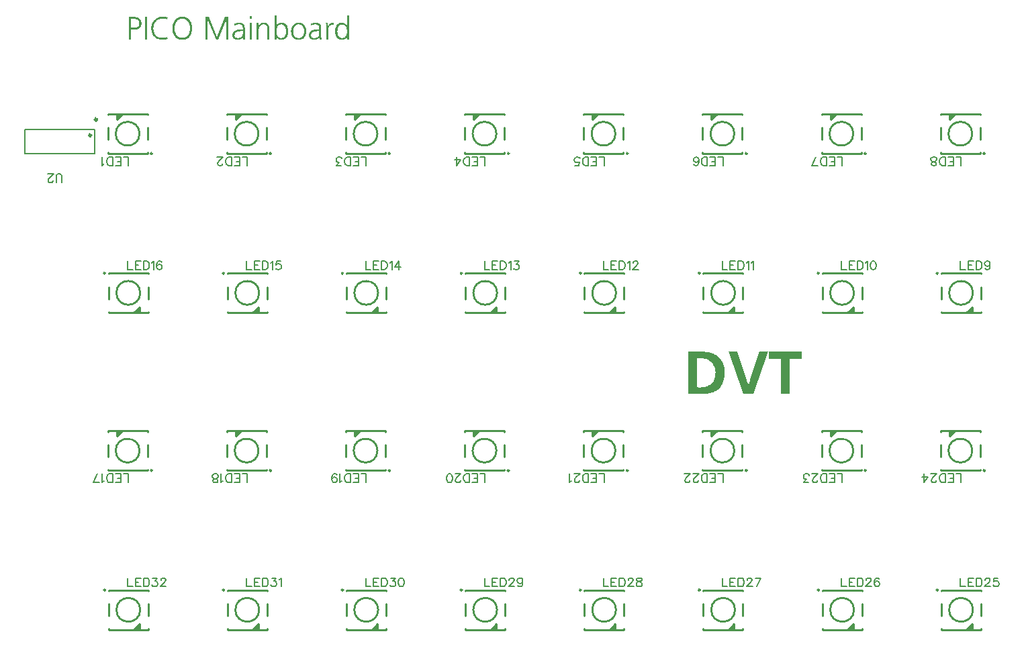
<source format=gto>
G04 Layer: TopSilkscreenLayer*
G04 EasyEDA v6.5.29, 2023-07-14 16:03:38*
G04 49c0109143794da29a213c6937cafebe,1e4d668faf9c44eeab1497739a8aa4b2,10*
G04 Gerber Generator version 0.2*
G04 Scale: 100 percent, Rotated: No, Reflected: No *
G04 Dimensions in millimeters *
G04 leading zeros omitted , absolute positions ,4 integer and 5 decimal *
%FSLAX45Y45*%
%MOMM*%

%ADD10C,0.1524*%
%ADD11C,0.2540*%
%ADD12C,0.3000*%

%LPD*%
G36*
X3003804Y8077453D02*
G01*
X3003804Y7877809D01*
X3029204Y7877809D01*
X3029661Y7889341D01*
X3031083Y7901178D01*
X3033623Y7912912D01*
X3035350Y7918653D01*
X3037332Y7924292D01*
X3039668Y7929676D01*
X3042361Y7934807D01*
X3045358Y7939735D01*
X3048711Y7944256D01*
X3052470Y7948472D01*
X3056585Y7952231D01*
X3061157Y7955534D01*
X3066084Y7958328D01*
X3071418Y7960614D01*
X3077210Y7962290D01*
X3083458Y7963306D01*
X3090164Y7963662D01*
X3097174Y7963306D01*
X3103676Y7962341D01*
X3109620Y7960715D01*
X3115157Y7958581D01*
X3120136Y7955838D01*
X3124708Y7952638D01*
X3128873Y7948980D01*
X3132582Y7944916D01*
X3135884Y7940497D01*
X3138830Y7935671D01*
X3141421Y7930591D01*
X3143656Y7925257D01*
X3145536Y7919669D01*
X3147110Y7913928D01*
X3148431Y7908036D01*
X3149447Y7902041D01*
X3150209Y7895996D01*
X3151022Y7883855D01*
X3151022Y7871764D01*
X3150209Y7859623D01*
X3149447Y7853578D01*
X3148431Y7847584D01*
X3147110Y7841691D01*
X3145536Y7835950D01*
X3143656Y7830362D01*
X3141421Y7825028D01*
X3138830Y7819948D01*
X3135884Y7815122D01*
X3132582Y7810703D01*
X3128873Y7806639D01*
X3124708Y7802981D01*
X3120136Y7799781D01*
X3115157Y7797038D01*
X3109620Y7794904D01*
X3103676Y7793278D01*
X3097174Y7792313D01*
X3090164Y7791958D01*
X3083610Y7792313D01*
X3077464Y7793329D01*
X3071774Y7795006D01*
X3066440Y7797292D01*
X3061563Y7800086D01*
X3057042Y7803388D01*
X3052927Y7807147D01*
X3049168Y7811363D01*
X3045764Y7815884D01*
X3042716Y7820812D01*
X3040024Y7825943D01*
X3037636Y7831328D01*
X3035604Y7836966D01*
X3033826Y7842707D01*
X3032353Y7848549D01*
X3031185Y7854442D01*
X3029712Y7866278D01*
X3029305Y7872120D01*
X3029204Y7877809D01*
X3003804Y7877809D01*
X3003804Y7774940D01*
X3029204Y7774940D01*
X3029204Y7807706D01*
X3030220Y7807706D01*
X3033776Y7801457D01*
X3037687Y7795818D01*
X3041853Y7790789D01*
X3046374Y7786319D01*
X3051200Y7782458D01*
X3056331Y7779105D01*
X3061766Y7776311D01*
X3067608Y7774025D01*
X3073704Y7772298D01*
X3080207Y7771079D01*
X3087065Y7770368D01*
X3094228Y7770114D01*
X3100171Y7770266D01*
X3105861Y7770825D01*
X3111398Y7771688D01*
X3116681Y7772857D01*
X3121761Y7774381D01*
X3126587Y7776209D01*
X3131210Y7778343D01*
X3135680Y7780781D01*
X3139846Y7783525D01*
X3143859Y7786522D01*
X3147618Y7789773D01*
X3151174Y7793329D01*
X3154527Y7797088D01*
X3157677Y7801102D01*
X3160572Y7805369D01*
X3163265Y7809839D01*
X3165754Y7814513D01*
X3168040Y7819440D01*
X3170072Y7824520D01*
X3171901Y7829803D01*
X3174949Y7840878D01*
X3177082Y7852664D01*
X3178403Y7864957D01*
X3178810Y7877809D01*
X3178454Y7890916D01*
X3177286Y7903464D01*
X3175355Y7915300D01*
X3172612Y7926476D01*
X3170936Y7931759D01*
X3166922Y7941767D01*
X3164535Y7946440D01*
X3161995Y7950860D01*
X3159201Y7955076D01*
X3156153Y7959039D01*
X3152902Y7962798D01*
X3149396Y7966252D01*
X3145637Y7969453D01*
X3141675Y7972399D01*
X3137408Y7975092D01*
X3132937Y7977479D01*
X3128213Y7979562D01*
X3123184Y7981340D01*
X3117951Y7982813D01*
X3112414Y7983981D01*
X3106623Y7984845D01*
X3100578Y7985353D01*
X3094228Y7985506D01*
X3084576Y7984896D01*
X3075686Y7983270D01*
X3067710Y7980730D01*
X3060496Y7977479D01*
X3054045Y7973669D01*
X3048406Y7969503D01*
X3043529Y7965084D01*
X3039414Y7960664D01*
X3036062Y7956346D01*
X3033369Y7952333D01*
X3031439Y7948777D01*
X3030220Y7945881D01*
X3029204Y7945881D01*
X3029204Y8077453D01*
G37*
G36*
X3920744Y8077453D02*
G01*
X3920744Y7945881D01*
X3919982Y7945881D01*
X3918762Y7948777D01*
X3916781Y7952333D01*
X3914140Y7956346D01*
X3910736Y7960664D01*
X3906570Y7965084D01*
X3901694Y7969503D01*
X3896055Y7973669D01*
X3889603Y7977479D01*
X3882390Y7980730D01*
X3874414Y7983270D01*
X3865575Y7984896D01*
X3855974Y7985506D01*
X3849624Y7985353D01*
X3843528Y7984845D01*
X3837686Y7983981D01*
X3832148Y7982813D01*
X3826865Y7981340D01*
X3821887Y7979562D01*
X3817112Y7977479D01*
X3812590Y7975092D01*
X3808374Y7972399D01*
X3804361Y7969453D01*
X3800601Y7966252D01*
X3797096Y7962798D01*
X3793845Y7959039D01*
X3790797Y7955076D01*
X3788003Y7950860D01*
X3785412Y7946440D01*
X3783076Y7941767D01*
X3780942Y7936890D01*
X3779012Y7931759D01*
X3775862Y7920990D01*
X3773525Y7909458D01*
X3772001Y7897266D01*
X3771493Y7890916D01*
X3771137Y7877809D01*
X3799078Y7877809D01*
X3799484Y7889900D01*
X3799992Y7895996D01*
X3800754Y7902041D01*
X3801770Y7908036D01*
X3803091Y7913928D01*
X3804665Y7919669D01*
X3806545Y7925257D01*
X3808780Y7930591D01*
X3811320Y7935671D01*
X3814267Y7940497D01*
X3817569Y7944916D01*
X3821277Y7948980D01*
X3825392Y7952638D01*
X3829913Y7955838D01*
X3834942Y7958581D01*
X3840429Y7960715D01*
X3846372Y7962341D01*
X3852824Y7963306D01*
X3859784Y7963662D01*
X3866337Y7963306D01*
X3872484Y7962290D01*
X3878173Y7960614D01*
X3883507Y7958328D01*
X3888384Y7955534D01*
X3892905Y7952231D01*
X3897020Y7948472D01*
X3900779Y7944256D01*
X3904183Y7939735D01*
X3907231Y7934858D01*
X3909923Y7929676D01*
X3912311Y7924292D01*
X3914343Y7918653D01*
X3916121Y7912912D01*
X3917594Y7907070D01*
X3918762Y7901178D01*
X3920236Y7889341D01*
X3920642Y7883499D01*
X3920642Y7872120D01*
X3919626Y7860385D01*
X3918762Y7854442D01*
X3917594Y7848549D01*
X3916121Y7842707D01*
X3914343Y7836966D01*
X3912311Y7831328D01*
X3909923Y7825943D01*
X3907231Y7820812D01*
X3904183Y7815884D01*
X3900779Y7811363D01*
X3897020Y7807147D01*
X3892905Y7803388D01*
X3888384Y7800086D01*
X3883507Y7797292D01*
X3878173Y7795006D01*
X3872484Y7793329D01*
X3866337Y7792313D01*
X3859784Y7791958D01*
X3852824Y7792313D01*
X3846372Y7793278D01*
X3840429Y7794904D01*
X3834942Y7797038D01*
X3829913Y7799781D01*
X3825392Y7802981D01*
X3821277Y7806639D01*
X3817569Y7810703D01*
X3814267Y7815122D01*
X3811320Y7819948D01*
X3808780Y7825028D01*
X3806545Y7830362D01*
X3804665Y7835950D01*
X3803091Y7841691D01*
X3801770Y7847584D01*
X3800754Y7853578D01*
X3799992Y7859623D01*
X3799179Y7871764D01*
X3799078Y7877809D01*
X3771137Y7877809D01*
X3771544Y7864957D01*
X3772865Y7852664D01*
X3773830Y7846720D01*
X3776421Y7835239D01*
X3779875Y7824520D01*
X3784193Y7814513D01*
X3786682Y7809839D01*
X3789375Y7805369D01*
X3792321Y7801102D01*
X3795471Y7797088D01*
X3798824Y7793329D01*
X3802379Y7789773D01*
X3806139Y7786522D01*
X3810152Y7783525D01*
X3814368Y7780781D01*
X3818839Y7778343D01*
X3823462Y7776209D01*
X3828338Y7774381D01*
X3833418Y7772857D01*
X3838752Y7771688D01*
X3844290Y7770825D01*
X3850030Y7770266D01*
X3855974Y7770114D01*
X3863086Y7770368D01*
X3869893Y7771079D01*
X3876344Y7772298D01*
X3882491Y7774025D01*
X3888333Y7776311D01*
X3893769Y7779105D01*
X3898950Y7782458D01*
X3903776Y7786319D01*
X3908298Y7790789D01*
X3912514Y7795818D01*
X3916375Y7801457D01*
X3919982Y7807706D01*
X3920744Y7807706D01*
X3920744Y7774940D01*
X3946144Y7774940D01*
X3946144Y8077453D01*
G37*
G36*
X2692654Y8069325D02*
G01*
X2692654Y8035544D01*
X2718054Y8035544D01*
X2718054Y8069325D01*
G37*
G36*
X1593596Y8061198D02*
G01*
X1587144Y8061096D01*
X1574546Y8060181D01*
X1562506Y8058454D01*
X1556664Y8057286D01*
X1545386Y8054289D01*
X1534668Y8050479D01*
X1524508Y8045958D01*
X1514957Y8040624D01*
X1505966Y8034629D01*
X1497634Y8027924D01*
X1489913Y8020507D01*
X1486306Y8016595D01*
X1479600Y8008264D01*
X1473555Y7999323D01*
X1468221Y7989824D01*
X1463598Y7979765D01*
X1459687Y7969148D01*
X1456537Y7958074D01*
X1455216Y7952333D01*
X1453235Y7940548D01*
X1452016Y7928305D01*
X1451610Y7915656D01*
X1452016Y7902803D01*
X1452473Y7896555D01*
X1454048Y7884414D01*
X1456385Y7872730D01*
X1459484Y7861553D01*
X1463294Y7850886D01*
X1467815Y7840827D01*
X1473098Y7831328D01*
X1479042Y7822387D01*
X1485696Y7814106D01*
X1489252Y7810195D01*
X1496923Y7802880D01*
X1505204Y7796275D01*
X1509623Y7793177D01*
X1518869Y7787589D01*
X1528724Y7782763D01*
X1533906Y7780578D01*
X1544675Y7776870D01*
X1556054Y7773974D01*
X1567992Y7771841D01*
X1574190Y7771079D01*
X1586992Y7770215D01*
X1598320Y7770164D01*
X1608988Y7770672D01*
X1620723Y7771841D01*
X1632661Y7773720D01*
X1643989Y7776413D01*
X1649171Y7778140D01*
X1653946Y7780070D01*
X1658112Y7782306D01*
X1656334Y7806436D01*
X1652066Y7804150D01*
X1647393Y7802168D01*
X1642364Y7800441D01*
X1637080Y7798968D01*
X1625904Y7796733D01*
X1614525Y7795259D01*
X1603552Y7794498D01*
X1593596Y7794244D01*
X1586738Y7794396D01*
X1580083Y7794853D01*
X1573631Y7795564D01*
X1567383Y7796530D01*
X1555496Y7799374D01*
X1549857Y7801203D01*
X1544421Y7803235D01*
X1534210Y7808112D01*
X1524812Y7813954D01*
X1520444Y7817256D01*
X1512366Y7824470D01*
X1508607Y7828381D01*
X1505102Y7832496D01*
X1498752Y7841386D01*
X1493266Y7850987D01*
X1488694Y7861350D01*
X1486712Y7866786D01*
X1484985Y7872374D01*
X1482191Y7884058D01*
X1480362Y7896301D01*
X1479753Y7902600D01*
X1479397Y7909052D01*
X1479397Y7922158D01*
X1479753Y7928508D01*
X1480362Y7934807D01*
X1482293Y7946948D01*
X1483563Y7952790D01*
X1485087Y7958531D01*
X1486865Y7964119D01*
X1488846Y7969503D01*
X1491081Y7974787D01*
X1493520Y7979867D01*
X1496161Y7984744D01*
X1499057Y7989519D01*
X1505458Y7998409D01*
X1509014Y8002574D01*
X1516735Y8010245D01*
X1520901Y8013750D01*
X1525270Y8017052D01*
X1529892Y8020151D01*
X1534668Y8022996D01*
X1539697Y8025587D01*
X1544878Y8027924D01*
X1550263Y8030006D01*
X1555902Y8031835D01*
X1561693Y8033410D01*
X1567688Y8034731D01*
X1573885Y8035747D01*
X1580235Y8036458D01*
X1586839Y8036915D01*
X1598574Y8037017D01*
X1609140Y8036509D01*
X1620113Y8035340D01*
X1631137Y8033461D01*
X1641805Y8030768D01*
X1646885Y8029041D01*
X1651762Y8027111D01*
X1656334Y8024875D01*
X1658112Y8050784D01*
X1654098Y8052612D01*
X1649475Y8054187D01*
X1638604Y8056880D01*
X1626616Y8058861D01*
X1614424Y8060181D01*
X1603095Y8060944D01*
G37*
G36*
X1843024Y8061198D02*
G01*
X1836064Y8061045D01*
X1829358Y8060588D01*
X1822805Y8059775D01*
X1816455Y8058708D01*
X1810359Y8057337D01*
X1804416Y8055711D01*
X1798726Y8053781D01*
X1793189Y8051596D01*
X1787906Y8049158D01*
X1782775Y8046466D01*
X1777898Y8043570D01*
X1773174Y8040420D01*
X1764385Y8033410D01*
X1760270Y8029600D01*
X1756359Y8025587D01*
X1749145Y8017002D01*
X1742744Y8007705D01*
X1737106Y7997748D01*
X1734566Y7992567D01*
X1730146Y7981797D01*
X1728165Y7976209D01*
X1724863Y7964779D01*
X1722374Y7952892D01*
X1721357Y7946847D01*
X1719986Y7934502D01*
X1719376Y7922006D01*
X1719325Y7915656D01*
X1747012Y7915656D01*
X1747367Y7926831D01*
X1748434Y7938008D01*
X1750212Y7949031D01*
X1752752Y7959801D01*
X1756003Y7970266D01*
X1759966Y7980324D01*
X1764741Y7989824D01*
X1767382Y7994345D01*
X1770278Y7998764D01*
X1776526Y8006943D01*
X1779981Y8010804D01*
X1783638Y8014411D01*
X1787448Y8017764D01*
X1795729Y8023859D01*
X1800148Y8026501D01*
X1804822Y8028889D01*
X1809648Y8030972D01*
X1814677Y8032800D01*
X1819960Y8034274D01*
X1825396Y8035493D01*
X1831086Y8036356D01*
X1836928Y8036864D01*
X1843024Y8037068D01*
X1849120Y8036864D01*
X1855012Y8036356D01*
X1860702Y8035493D01*
X1866188Y8034274D01*
X1871421Y8032800D01*
X1876501Y8030972D01*
X1881327Y8028889D01*
X1886000Y8026501D01*
X1890420Y8023859D01*
X1894687Y8020913D01*
X1898700Y8017764D01*
X1902510Y8014411D01*
X1906168Y8010804D01*
X1909622Y8006943D01*
X1915871Y7998764D01*
X1921408Y7989824D01*
X1926132Y7980324D01*
X1930095Y7970266D01*
X1933346Y7959801D01*
X1934718Y7954467D01*
X1936851Y7943545D01*
X1938223Y7932420D01*
X1938934Y7921244D01*
X1938934Y7910068D01*
X1938223Y7898892D01*
X1936851Y7887766D01*
X1934718Y7876844D01*
X1931822Y7866227D01*
X1928215Y7855966D01*
X1923846Y7846161D01*
X1921408Y7841488D01*
X1915871Y7832547D01*
X1909622Y7824368D01*
X1906168Y7820507D01*
X1902510Y7816900D01*
X1898700Y7813548D01*
X1894687Y7810398D01*
X1890420Y7807452D01*
X1886000Y7804810D01*
X1881327Y7802422D01*
X1876501Y7800340D01*
X1871421Y7798511D01*
X1866188Y7797038D01*
X1860702Y7795818D01*
X1855012Y7794955D01*
X1849120Y7794447D01*
X1843024Y7794244D01*
X1836928Y7794447D01*
X1831086Y7794955D01*
X1825396Y7795818D01*
X1819960Y7797038D01*
X1814677Y7798511D01*
X1809648Y7800340D01*
X1804822Y7802422D01*
X1800148Y7804810D01*
X1795729Y7807452D01*
X1787448Y7813548D01*
X1783638Y7816900D01*
X1779981Y7820507D01*
X1776526Y7824368D01*
X1770227Y7832547D01*
X1764741Y7841488D01*
X1759966Y7850987D01*
X1756003Y7861046D01*
X1752752Y7871510D01*
X1750212Y7882280D01*
X1748434Y7893303D01*
X1747367Y7904480D01*
X1747012Y7915656D01*
X1719325Y7915656D01*
X1719834Y7901533D01*
X1721104Y7887919D01*
X1723136Y7874863D01*
X1724406Y7868615D01*
X1727606Y7856474D01*
X1731467Y7844993D01*
X1736140Y7834223D01*
X1741576Y7824165D01*
X1744522Y7819440D01*
X1751075Y7810500D01*
X1758340Y7802372D01*
X1762252Y7798612D01*
X1770634Y7791754D01*
X1775104Y7788656D01*
X1779778Y7785760D01*
X1784604Y7783118D01*
X1794814Y7778546D01*
X1800199Y7776616D01*
X1805787Y7774889D01*
X1817471Y7772247D01*
X1823567Y7771333D01*
X1829866Y7770672D01*
X1836369Y7770266D01*
X1843024Y7770114D01*
X1849678Y7770266D01*
X1856181Y7770672D01*
X1862480Y7771333D01*
X1868576Y7772247D01*
X1880260Y7774889D01*
X1885848Y7776616D01*
X1891233Y7778546D01*
X1901443Y7783118D01*
X1906270Y7785760D01*
X1910943Y7788656D01*
X1915414Y7791754D01*
X1923796Y7798612D01*
X1931466Y7806334D01*
X1935022Y7810500D01*
X1938375Y7814868D01*
X1944522Y7824165D01*
X1949957Y7834223D01*
X1954631Y7844993D01*
X1958593Y7856474D01*
X1961743Y7868615D01*
X1964182Y7881315D01*
X1965147Y7887919D01*
X1966417Y7901533D01*
X1966975Y7915656D01*
X1966722Y7928305D01*
X1965706Y7940700D01*
X1964943Y7946847D01*
X1962759Y7958886D01*
X1961438Y7964779D01*
X1958086Y7976209D01*
X1954022Y7987233D01*
X1949196Y7997748D01*
X1946452Y8002828D01*
X1940407Y8012430D01*
X1937105Y8017002D01*
X1929892Y8025587D01*
X1925980Y8029600D01*
X1921865Y8033410D01*
X1917547Y8037017D01*
X1913026Y8040420D01*
X1908302Y8043570D01*
X1903425Y8046466D01*
X1898294Y8049158D01*
X1892960Y8051596D01*
X1887423Y8053781D01*
X1881733Y8055711D01*
X1875789Y8057337D01*
X1869643Y8058708D01*
X1863293Y8059775D01*
X1856739Y8060588D01*
X1849983Y8061045D01*
G37*
G36*
X1172210Y8056372D02*
G01*
X1172210Y8032242D01*
X1245108Y8032242D01*
X1251610Y8031988D01*
X1257706Y8031327D01*
X1263446Y8030159D01*
X1268780Y8028533D01*
X1273759Y8026501D01*
X1278331Y8024012D01*
X1282496Y8021116D01*
X1286256Y8017764D01*
X1289608Y8014004D01*
X1292504Y8009839D01*
X1294993Y8005267D01*
X1297025Y8000288D01*
X1298651Y7994954D01*
X1299819Y7989214D01*
X1300480Y7983118D01*
X1300734Y7976616D01*
X1300429Y7969351D01*
X1299565Y7962696D01*
X1298194Y7956702D01*
X1296314Y7951317D01*
X1293926Y7946491D01*
X1291082Y7942173D01*
X1287830Y7938414D01*
X1284173Y7935112D01*
X1280160Y7932216D01*
X1275791Y7929727D01*
X1271117Y7927695D01*
X1266190Y7925917D01*
X1260957Y7924546D01*
X1249832Y7922514D01*
X1237996Y7921447D01*
X1225702Y7921040D01*
X1199896Y7920990D01*
X1199896Y8032242D01*
X1172210Y8032242D01*
X1172210Y7774940D01*
X1199896Y7774940D01*
X1199896Y7896859D01*
X1238758Y7896859D01*
X1245006Y7897012D01*
X1251102Y7897418D01*
X1257046Y7898130D01*
X1262888Y7899146D01*
X1268526Y7900416D01*
X1274013Y7901940D01*
X1279347Y7903819D01*
X1284427Y7905902D01*
X1289304Y7908290D01*
X1293977Y7910982D01*
X1298397Y7913878D01*
X1302562Y7917129D01*
X1306474Y7920583D01*
X1310132Y7924342D01*
X1313484Y7928406D01*
X1316532Y7932674D01*
X1319276Y7937246D01*
X1321714Y7942072D01*
X1323797Y7947202D01*
X1325524Y7952536D01*
X1326896Y7958175D01*
X1327861Y7964068D01*
X1328470Y7970215D01*
X1328674Y7976616D01*
X1328521Y7983118D01*
X1327962Y7989316D01*
X1327099Y7995259D01*
X1325880Y8000949D01*
X1324356Y8006334D01*
X1322476Y8011464D01*
X1320292Y8016341D01*
X1317802Y8020862D01*
X1315059Y8025180D01*
X1311960Y8029194D01*
X1308557Y8032953D01*
X1304950Y8036407D01*
X1300988Y8039608D01*
X1296771Y8042503D01*
X1292352Y8045145D01*
X1287627Y8047481D01*
X1282649Y8049564D01*
X1277467Y8051393D01*
X1272032Y8052917D01*
X1266342Y8054136D01*
X1260449Y8055102D01*
X1254353Y8055813D01*
X1248054Y8056219D01*
X1241552Y8056372D01*
G37*
G36*
X1370076Y8056372D02*
G01*
X1370076Y7774940D01*
X1398016Y7774940D01*
X1398016Y8056372D01*
G37*
G36*
X2135378Y8056372D02*
G01*
X2135378Y7774940D01*
X2163318Y7774940D01*
X2163318Y8028686D01*
X2164080Y8028686D01*
X2269744Y7774940D01*
X2293366Y7774940D01*
X2395982Y8028686D01*
X2396744Y8028686D01*
X2396744Y7774940D01*
X2424430Y7774940D01*
X2424430Y8056372D01*
X2384552Y8056372D01*
X2281428Y7808975D01*
X2178558Y8056372D01*
G37*
G36*
X2560066Y7985506D02*
G01*
X2552852Y7985201D01*
X2545080Y7984337D01*
X2537002Y7983016D01*
X2528773Y7981238D01*
X2520746Y7979156D01*
X2513025Y7976717D01*
X2505913Y7974075D01*
X2499614Y7971281D01*
X2499614Y7946644D01*
X2504338Y7949539D01*
X2509113Y7952130D01*
X2513990Y7954467D01*
X2518918Y7956499D01*
X2528874Y7959750D01*
X2533954Y7960969D01*
X2544267Y7962696D01*
X2554732Y7963560D01*
X2560066Y7963662D01*
X2566263Y7963458D01*
X2571902Y7962849D01*
X2577134Y7961782D01*
X2581859Y7960359D01*
X2586075Y7958480D01*
X2589936Y7956194D01*
X2593340Y7953502D01*
X2596286Y7950403D01*
X2598877Y7946898D01*
X2601061Y7942935D01*
X2602890Y7938617D01*
X2604312Y7933893D01*
X2605430Y7928711D01*
X2606192Y7923174D01*
X2606649Y7917180D01*
X2606802Y7900416D01*
X2581198Y7900162D01*
X2570480Y7899653D01*
X2559659Y7898841D01*
X2548940Y7897571D01*
X2538425Y7895742D01*
X2528265Y7893303D01*
X2518613Y7890154D01*
X2513990Y7888274D01*
X2505303Y7883906D01*
X2501290Y7881366D01*
X2497480Y7878572D01*
X2493873Y7875524D01*
X2490571Y7872171D01*
X2487523Y7868615D01*
X2484780Y7864703D01*
X2482342Y7860487D01*
X2480259Y7855966D01*
X2478481Y7851140D01*
X2477109Y7845958D01*
X2476042Y7840421D01*
X2475433Y7834528D01*
X2475254Y7829042D01*
X2503170Y7829042D01*
X2503424Y7834477D01*
X2504236Y7839506D01*
X2505506Y7844129D01*
X2507234Y7848396D01*
X2509418Y7852308D01*
X2512009Y7855864D01*
X2515006Y7859064D01*
X2518359Y7861960D01*
X2522067Y7864602D01*
X2526030Y7866888D01*
X2530297Y7868970D01*
X2534818Y7870748D01*
X2544521Y7873695D01*
X2554935Y7875778D01*
X2565857Y7877200D01*
X2577033Y7878064D01*
X2588310Y7878470D01*
X2606802Y7878572D01*
X2606700Y7858658D01*
X2606192Y7849920D01*
X2604922Y7840370D01*
X2603906Y7835442D01*
X2602534Y7830464D01*
X2600807Y7825536D01*
X2598724Y7820761D01*
X2596134Y7816138D01*
X2593086Y7811719D01*
X2589479Y7807553D01*
X2585313Y7803794D01*
X2580538Y7800441D01*
X2575102Y7797546D01*
X2568956Y7795209D01*
X2562047Y7793431D01*
X2554376Y7792313D01*
X2545842Y7791958D01*
X2540101Y7792161D01*
X2534564Y7792821D01*
X2529332Y7793990D01*
X2524404Y7795564D01*
X2519832Y7797749D01*
X2515768Y7800390D01*
X2512110Y7803642D01*
X2509062Y7807452D01*
X2506573Y7811871D01*
X2504694Y7816951D01*
X2503576Y7822641D01*
X2503170Y7829042D01*
X2475254Y7829042D01*
X2475280Y7825333D01*
X2475992Y7818729D01*
X2476652Y7815122D01*
X2478836Y7807553D01*
X2480360Y7803642D01*
X2482291Y7799781D01*
X2484526Y7795971D01*
X2487218Y7792262D01*
X2490368Y7788656D01*
X2493924Y7785252D01*
X2498039Y7782052D01*
X2502611Y7779156D01*
X2507792Y7776616D01*
X2513584Y7774381D01*
X2519934Y7772603D01*
X2526944Y7771231D01*
X2534666Y7770418D01*
X2543048Y7770114D01*
X2549448Y7770368D01*
X2555951Y7771231D01*
X2562402Y7772603D01*
X2568752Y7774482D01*
X2575001Y7776921D01*
X2580995Y7779918D01*
X2586736Y7783372D01*
X2592070Y7787335D01*
X2596997Y7791754D01*
X2601366Y7796682D01*
X2605176Y7802118D01*
X2608326Y7807959D01*
X2609088Y7807959D01*
X2609088Y7774940D01*
X2634234Y7774940D01*
X2633065Y7785353D01*
X2632456Y7795666D01*
X2632252Y7806385D01*
X2632202Y7908798D01*
X2632049Y7916621D01*
X2631541Y7923987D01*
X2630728Y7930896D01*
X2629560Y7937347D01*
X2628087Y7943392D01*
X2626207Y7948980D01*
X2624023Y7954162D01*
X2621432Y7958937D01*
X2618486Y7963306D01*
X2615184Y7967268D01*
X2611475Y7970774D01*
X2607411Y7973923D01*
X2602941Y7976717D01*
X2598064Y7979054D01*
X2592781Y7981035D01*
X2587091Y7982661D01*
X2580944Y7983931D01*
X2574442Y7984794D01*
X2567482Y7985353D01*
G37*
G36*
X2872486Y7985506D02*
G01*
X2864815Y7985252D01*
X2857703Y7984490D01*
X2851200Y7983270D01*
X2845257Y7981594D01*
X2839821Y7979562D01*
X2834894Y7977225D01*
X2830423Y7974533D01*
X2826359Y7971637D01*
X2822702Y7968488D01*
X2819450Y7965186D01*
X2816504Y7961731D01*
X2813862Y7958175D01*
X2809443Y7950962D01*
X2805938Y7943850D01*
X2805176Y7943850D01*
X2805176Y7980680D01*
X2780538Y7980680D01*
X2781401Y7968335D01*
X2782062Y7944053D01*
X2782062Y7774940D01*
X2807462Y7774940D01*
X2807563Y7893913D01*
X2808478Y7904429D01*
X2809341Y7909712D01*
X2810459Y7914894D01*
X2811830Y7920024D01*
X2813558Y7925053D01*
X2815539Y7929930D01*
X2817876Y7934604D01*
X2820517Y7939074D01*
X2823514Y7943240D01*
X2826867Y7947152D01*
X2830626Y7950758D01*
X2834741Y7953959D01*
X2839262Y7956753D01*
X2844241Y7959140D01*
X2849626Y7961071D01*
X2855417Y7962493D01*
X2861665Y7963357D01*
X2868422Y7963662D01*
X2874721Y7963357D01*
X2880563Y7962493D01*
X2885948Y7961122D01*
X2890824Y7959140D01*
X2895244Y7956702D01*
X2899257Y7953756D01*
X2902813Y7950301D01*
X2905963Y7946339D01*
X2908655Y7941970D01*
X2910992Y7937144D01*
X2912922Y7931912D01*
X2914497Y7926273D01*
X2915716Y7920228D01*
X2916529Y7913827D01*
X2917037Y7907020D01*
X2917190Y7899908D01*
X2917190Y7774940D01*
X2942590Y7774940D01*
X2942590Y7906512D01*
X2942437Y7913166D01*
X2941980Y7919669D01*
X2941269Y7925917D01*
X2940151Y7932013D01*
X2938780Y7937804D01*
X2937052Y7943392D01*
X2934970Y7948726D01*
X2932531Y7953756D01*
X2929737Y7958480D01*
X2926588Y7962849D01*
X2923032Y7966913D01*
X2919120Y7970672D01*
X2914751Y7973974D01*
X2910027Y7976920D01*
X2904845Y7979460D01*
X2899308Y7981594D01*
X2893263Y7983270D01*
X2886811Y7984490D01*
X2879852Y7985252D01*
G37*
G36*
X3310636Y7985506D02*
G01*
X3303625Y7985302D01*
X3296920Y7984744D01*
X3290519Y7983778D01*
X3284372Y7982508D01*
X3278530Y7980832D01*
X3272942Y7978851D01*
X3267608Y7976565D01*
X3262528Y7973974D01*
X3257753Y7971078D01*
X3253232Y7967929D01*
X3249015Y7964474D01*
X3245002Y7960817D01*
X3241294Y7956854D01*
X3237788Y7952689D01*
X3234588Y7948320D01*
X3231591Y7943748D01*
X3228898Y7939024D01*
X3226409Y7934045D01*
X3222244Y7923733D01*
X3220466Y7918297D01*
X3217722Y7907172D01*
X3215894Y7895640D01*
X3214979Y7883804D01*
X3214878Y7877809D01*
X3242564Y7877809D01*
X3242767Y7884871D01*
X3243275Y7891780D01*
X3244138Y7898485D01*
X3245408Y7904988D01*
X3246983Y7911287D01*
X3248914Y7917281D01*
X3251200Y7923072D01*
X3253790Y7928559D01*
X3256737Y7933740D01*
X3260039Y7938566D01*
X3263646Y7943037D01*
X3267557Y7947101D01*
X3271875Y7950809D01*
X3276447Y7954111D01*
X3281375Y7956905D01*
X3286607Y7959293D01*
X3292144Y7961172D01*
X3297986Y7962544D01*
X3304184Y7963357D01*
X3310636Y7963662D01*
X3317138Y7963357D01*
X3323336Y7962544D01*
X3329228Y7961172D01*
X3334816Y7959293D01*
X3340049Y7956905D01*
X3344976Y7954111D01*
X3349599Y7950809D01*
X3353866Y7947101D01*
X3357829Y7943037D01*
X3361486Y7938566D01*
X3364737Y7933740D01*
X3367735Y7928559D01*
X3370326Y7923072D01*
X3372612Y7917281D01*
X3374542Y7911287D01*
X3376117Y7904988D01*
X3377336Y7898485D01*
X3378250Y7891780D01*
X3378758Y7884871D01*
X3378962Y7877809D01*
X3378758Y7870748D01*
X3378250Y7863840D01*
X3377336Y7857134D01*
X3376117Y7850631D01*
X3374542Y7844332D01*
X3372612Y7838338D01*
X3370326Y7832547D01*
X3367735Y7827060D01*
X3364737Y7821879D01*
X3361486Y7817053D01*
X3357829Y7812582D01*
X3353866Y7808518D01*
X3349599Y7804810D01*
X3344976Y7801508D01*
X3340049Y7798714D01*
X3334816Y7796326D01*
X3329228Y7794447D01*
X3323336Y7793075D01*
X3317138Y7792262D01*
X3310636Y7791958D01*
X3304184Y7792262D01*
X3297986Y7793075D01*
X3292144Y7794447D01*
X3286607Y7796326D01*
X3281375Y7798714D01*
X3276447Y7801508D01*
X3271875Y7804810D01*
X3267557Y7808518D01*
X3263646Y7812582D01*
X3260039Y7817053D01*
X3256737Y7821879D01*
X3253790Y7827060D01*
X3251200Y7832547D01*
X3248914Y7838338D01*
X3246983Y7844332D01*
X3245408Y7850631D01*
X3244138Y7857134D01*
X3243275Y7863840D01*
X3242767Y7870748D01*
X3242564Y7877809D01*
X3214878Y7877809D01*
X3214979Y7871815D01*
X3215894Y7859979D01*
X3217722Y7848447D01*
X3220466Y7837322D01*
X3222244Y7831886D01*
X3226409Y7821574D01*
X3228898Y7816596D01*
X3231591Y7811871D01*
X3234588Y7807299D01*
X3237788Y7802930D01*
X3241294Y7798765D01*
X3245002Y7794802D01*
X3249015Y7791145D01*
X3253232Y7787690D01*
X3257753Y7784541D01*
X3262528Y7781645D01*
X3267608Y7779054D01*
X3272942Y7776768D01*
X3278530Y7774787D01*
X3284372Y7773111D01*
X3290519Y7771841D01*
X3296920Y7770875D01*
X3303625Y7770317D01*
X3310636Y7770114D01*
X3317646Y7770317D01*
X3324351Y7770875D01*
X3330752Y7771841D01*
X3336899Y7773111D01*
X3342792Y7774787D01*
X3348380Y7776768D01*
X3353714Y7779054D01*
X3358794Y7781645D01*
X3363569Y7784541D01*
X3368090Y7787690D01*
X3372358Y7791145D01*
X3376371Y7794802D01*
X3380130Y7798765D01*
X3383584Y7802930D01*
X3386836Y7807299D01*
X3389833Y7811871D01*
X3392525Y7816596D01*
X3395014Y7821574D01*
X3397250Y7826654D01*
X3399231Y7831886D01*
X3401009Y7837322D01*
X3402533Y7842808D01*
X3403803Y7848447D01*
X3405632Y7859979D01*
X3406546Y7871815D01*
X3406546Y7883804D01*
X3405632Y7895640D01*
X3403803Y7907172D01*
X3402533Y7912811D01*
X3401009Y7918297D01*
X3399231Y7923733D01*
X3397250Y7928965D01*
X3395014Y7934045D01*
X3392525Y7939024D01*
X3389833Y7943748D01*
X3386836Y7948320D01*
X3383584Y7952689D01*
X3380130Y7956854D01*
X3376371Y7960817D01*
X3372358Y7964474D01*
X3368090Y7967929D01*
X3363569Y7971078D01*
X3358794Y7973974D01*
X3353714Y7976565D01*
X3348380Y7978851D01*
X3342792Y7980832D01*
X3336899Y7982508D01*
X3330752Y7983778D01*
X3324351Y7984744D01*
X3317646Y7985302D01*
G37*
G36*
X3523742Y7985506D02*
G01*
X3516528Y7985201D01*
X3508756Y7984337D01*
X3500628Y7983016D01*
X3492449Y7981238D01*
X3484321Y7979156D01*
X3476599Y7976717D01*
X3469436Y7974075D01*
X3463036Y7971281D01*
X3463036Y7946644D01*
X3467811Y7949539D01*
X3477514Y7954467D01*
X3482441Y7956499D01*
X3492449Y7959750D01*
X3497529Y7960969D01*
X3507841Y7962696D01*
X3513074Y7963255D01*
X3523742Y7963662D01*
X3529888Y7963458D01*
X3535527Y7962849D01*
X3540709Y7961782D01*
X3545382Y7960359D01*
X3549650Y7958480D01*
X3553510Y7956194D01*
X3556863Y7953502D01*
X3559860Y7950403D01*
X3562451Y7946898D01*
X3564686Y7942935D01*
X3566515Y7938617D01*
X3567937Y7933893D01*
X3569106Y7928711D01*
X3569868Y7923174D01*
X3570325Y7917180D01*
X3570478Y7900416D01*
X3544874Y7900162D01*
X3534156Y7899653D01*
X3523335Y7898841D01*
X3512616Y7897571D01*
X3502101Y7895742D01*
X3491941Y7893303D01*
X3482289Y7890154D01*
X3477666Y7888274D01*
X3468979Y7883906D01*
X3464966Y7881366D01*
X3461156Y7878572D01*
X3457549Y7875524D01*
X3454247Y7872171D01*
X3451199Y7868615D01*
X3448456Y7864703D01*
X3446018Y7860487D01*
X3443935Y7855966D01*
X3442157Y7851140D01*
X3440785Y7845958D01*
X3439718Y7840421D01*
X3439109Y7834528D01*
X3438930Y7829042D01*
X3466846Y7829042D01*
X3467100Y7834477D01*
X3467912Y7839506D01*
X3469182Y7844129D01*
X3470910Y7848396D01*
X3473094Y7852308D01*
X3475685Y7855864D01*
X3478682Y7859064D01*
X3482035Y7861960D01*
X3485743Y7864602D01*
X3489706Y7866888D01*
X3493973Y7868970D01*
X3498494Y7870748D01*
X3508197Y7873695D01*
X3518611Y7875778D01*
X3529533Y7877200D01*
X3540709Y7878064D01*
X3551986Y7878470D01*
X3570478Y7878572D01*
X3570376Y7858658D01*
X3569868Y7849920D01*
X3568598Y7840370D01*
X3567582Y7835442D01*
X3566210Y7830464D01*
X3564483Y7825536D01*
X3562400Y7820761D01*
X3559810Y7816138D01*
X3556762Y7811719D01*
X3553155Y7807553D01*
X3548989Y7803794D01*
X3544214Y7800441D01*
X3538778Y7797546D01*
X3532632Y7795209D01*
X3525723Y7793431D01*
X3518052Y7792313D01*
X3509518Y7791958D01*
X3503777Y7792161D01*
X3498240Y7792821D01*
X3493008Y7793990D01*
X3488080Y7795564D01*
X3483508Y7797749D01*
X3479393Y7800390D01*
X3475786Y7803642D01*
X3472738Y7807452D01*
X3470249Y7811871D01*
X3468370Y7816951D01*
X3467252Y7822641D01*
X3466846Y7829042D01*
X3438930Y7829042D01*
X3438956Y7825333D01*
X3439668Y7818729D01*
X3440328Y7815122D01*
X3442512Y7807553D01*
X3444036Y7803642D01*
X3445967Y7799781D01*
X3448202Y7795971D01*
X3450894Y7792262D01*
X3454044Y7788656D01*
X3457600Y7785252D01*
X3461715Y7782052D01*
X3466287Y7779156D01*
X3471468Y7776616D01*
X3477260Y7774381D01*
X3483610Y7772603D01*
X3490620Y7771231D01*
X3498342Y7770418D01*
X3506724Y7770114D01*
X3513124Y7770368D01*
X3519627Y7771231D01*
X3526078Y7772603D01*
X3532428Y7774482D01*
X3538677Y7776921D01*
X3544722Y7779918D01*
X3550412Y7783372D01*
X3555746Y7787335D01*
X3560673Y7791754D01*
X3565042Y7796682D01*
X3568852Y7802118D01*
X3572001Y7807959D01*
X3572764Y7807959D01*
X3572764Y7774940D01*
X3597910Y7774940D01*
X3596741Y7785353D01*
X3596132Y7795666D01*
X3595928Y7806385D01*
X3595878Y7908798D01*
X3595725Y7916621D01*
X3595217Y7923987D01*
X3594404Y7930896D01*
X3593236Y7937347D01*
X3591763Y7943392D01*
X3589883Y7948980D01*
X3587699Y7954162D01*
X3585108Y7958937D01*
X3582162Y7963306D01*
X3578860Y7967268D01*
X3575151Y7970774D01*
X3571087Y7973923D01*
X3566617Y7976717D01*
X3561740Y7979054D01*
X3556457Y7981035D01*
X3550767Y7982661D01*
X3544620Y7983931D01*
X3538118Y7984794D01*
X3531158Y7985353D01*
G37*
G36*
X3733800Y7985506D02*
G01*
X3727399Y7985048D01*
X3721354Y7983829D01*
X3715664Y7981797D01*
X3710381Y7979105D01*
X3705453Y7975803D01*
X3700881Y7971942D01*
X3696715Y7967624D01*
X3692855Y7962849D01*
X3689350Y7957769D01*
X3686200Y7952384D01*
X3683406Y7946796D01*
X3680968Y7941056D01*
X3679951Y7941056D01*
X3679951Y7980680D01*
X3654551Y7980680D01*
X3655568Y7970367D01*
X3656126Y7960563D01*
X3656279Y7949336D01*
X3656329Y7774940D01*
X3681729Y7774940D01*
X3681831Y7882178D01*
X3682542Y7893608D01*
X3684066Y7905038D01*
X3686505Y7916164D01*
X3688130Y7921548D01*
X3690010Y7926679D01*
X3692194Y7931607D01*
X3694684Y7936230D01*
X3697478Y7940548D01*
X3700576Y7944510D01*
X3704082Y7948066D01*
X3707892Y7951216D01*
X3712057Y7953857D01*
X3716629Y7955940D01*
X3721608Y7957515D01*
X3726992Y7958480D01*
X3732784Y7958836D01*
X3737762Y7958683D01*
X3742639Y7958226D01*
X3747211Y7957464D01*
X3751326Y7956296D01*
X3751326Y7982966D01*
X3743147Y7984693D01*
X3738372Y7985302D01*
G37*
G36*
X2692654Y7980680D02*
G01*
X2692654Y7774940D01*
X2718054Y7774940D01*
X2718054Y7980680D01*
G37*
G36*
X8226501Y3833672D02*
G01*
X8226501Y3750360D01*
X8334451Y3750360D01*
X8371281Y3749598D01*
X8394242Y3748430D01*
X8414969Y3746550D01*
X8424722Y3745179D01*
X8434273Y3743502D01*
X8443518Y3741369D01*
X8452561Y3738930D01*
X8469884Y3732479D01*
X8486343Y3723944D01*
X8495690Y3718051D01*
X8504529Y3711498D01*
X8512810Y3704386D01*
X8520480Y3696614D01*
X8527643Y3688232D01*
X8534247Y3679240D01*
X8540292Y3669639D01*
X8545779Y3659428D01*
X8550605Y3648760D01*
X8554770Y3637991D01*
X8558326Y3627018D01*
X8561222Y3615842D01*
X8563457Y3604514D01*
X8565083Y3593033D01*
X8566048Y3581349D01*
X8566353Y3569512D01*
X8565946Y3553917D01*
X8564727Y3539032D01*
X8562746Y3524859D01*
X8559901Y3511346D01*
X8556294Y3498545D01*
X8551875Y3486454D01*
X8546693Y3475024D01*
X8540851Y3464255D01*
X8534349Y3454196D01*
X8527135Y3444798D01*
X8519261Y3436061D01*
X8510727Y3428034D01*
X8501532Y3420567D01*
X8491728Y3413760D01*
X8481314Y3407613D01*
X8470290Y3402177D01*
X8458708Y3397351D01*
X8446465Y3393236D01*
X8433663Y3389629D01*
X8420303Y3386734D01*
X8406434Y3384448D01*
X8392058Y3382822D01*
X8377123Y3381857D01*
X8361629Y3381552D01*
X8349183Y3382314D01*
X8334451Y3382314D01*
X8334451Y3750360D01*
X8226501Y3750360D01*
X8226501Y3300018D01*
X8393785Y3300120D01*
X8418982Y3300933D01*
X8443417Y3302660D01*
X8467140Y3305200D01*
X8478875Y3306978D01*
X8490458Y3309213D01*
X8501989Y3311804D01*
X8513368Y3314852D01*
X8524697Y3318306D01*
X8535670Y3322167D01*
X8546236Y3326536D01*
X8556447Y3331362D01*
X8566251Y3336696D01*
X8575649Y3342487D01*
X8584641Y3348786D01*
X8594445Y3356254D01*
X8603742Y3364128D01*
X8612479Y3372408D01*
X8620658Y3381095D01*
X8628329Y3390188D01*
X8635441Y3399688D01*
X8641943Y3409594D01*
X8647938Y3419906D01*
X8653424Y3430625D01*
X8658301Y3441750D01*
X8662720Y3453180D01*
X8666734Y3464814D01*
X8670188Y3476701D01*
X8673236Y3488740D01*
X8675827Y3501034D01*
X8677910Y3513531D01*
X8679586Y3526282D01*
X8680754Y3539185D01*
X8681415Y3552342D01*
X8681669Y3565702D01*
X8681516Y3576421D01*
X8680348Y3597859D01*
X8677960Y3619296D01*
X8676335Y3629964D01*
X8673338Y3645509D01*
X8669680Y3660444D01*
X8665311Y3674719D01*
X8660333Y3688384D01*
X8654491Y3701694D01*
X8647633Y3714699D01*
X8639759Y3727450D01*
X8630869Y3739946D01*
X8621014Y3751834D01*
X8610142Y3762857D01*
X8598408Y3773017D01*
X8585657Y3782364D01*
X8574887Y3789476D01*
X8563660Y3796029D01*
X8552078Y3801973D01*
X8540038Y3807307D01*
X8527643Y3812032D01*
X8514791Y3816146D01*
X8501735Y3819651D01*
X8488730Y3822700D01*
X8475726Y3825290D01*
X8462721Y3827424D01*
X8449767Y3829100D01*
X8426856Y3831132D01*
X8405977Y3832351D01*
X8383727Y3833215D01*
X8360206Y3833622D01*
G37*
G36*
X8727643Y3833672D02*
G01*
X8913571Y3300018D01*
X9045651Y3300018D01*
X9227007Y3833672D01*
X9119819Y3833672D01*
X9005824Y3487674D01*
X8998966Y3465423D01*
X8992260Y3442004D01*
X8982405Y3404666D01*
X8976410Y3427171D01*
X8970162Y3448913D01*
X8963609Y3469944D01*
X8842959Y3833672D01*
G37*
G36*
X9241485Y3833672D02*
G01*
X9241485Y3745788D01*
X9393631Y3745788D01*
X9393631Y3300018D01*
X9501581Y3300018D01*
X9501581Y3745788D01*
X9654997Y3745788D01*
X9654997Y3833672D01*
G37*
D10*
X1161707Y6182149D02*
G01*
X1161707Y6291115D01*
X1161707Y6291115D02*
G01*
X1099477Y6291115D01*
X1065187Y6182149D02*
G01*
X1065187Y6291115D01*
X1065187Y6182149D02*
G01*
X997623Y6182149D01*
X1065187Y6233965D02*
G01*
X1023531Y6233965D01*
X1065187Y6291115D02*
G01*
X997623Y6291115D01*
X963333Y6182149D02*
G01*
X963333Y6291115D01*
X963333Y6182149D02*
G01*
X926757Y6182149D01*
X911263Y6187229D01*
X900849Y6197643D01*
X895769Y6208057D01*
X890435Y6223805D01*
X890435Y6249713D01*
X895769Y6265207D01*
X900849Y6275621D01*
X911263Y6286035D01*
X926757Y6291115D01*
X963333Y6291115D01*
X856145Y6202977D02*
G01*
X845731Y6197643D01*
X830237Y6182149D01*
X830237Y6291115D01*
X2661704Y6182149D02*
G01*
X2661704Y6291115D01*
X2661704Y6291115D02*
G01*
X2599474Y6291115D01*
X2565184Y6182149D02*
G01*
X2565184Y6291115D01*
X2565184Y6182149D02*
G01*
X2497620Y6182149D01*
X2565184Y6233965D02*
G01*
X2523528Y6233965D01*
X2565184Y6291115D02*
G01*
X2497620Y6291115D01*
X2463330Y6182149D02*
G01*
X2463330Y6291115D01*
X2463330Y6182149D02*
G01*
X2426754Y6182149D01*
X2411260Y6187229D01*
X2400846Y6197643D01*
X2395766Y6208057D01*
X2390432Y6223805D01*
X2390432Y6249713D01*
X2395766Y6265207D01*
X2400846Y6275621D01*
X2411260Y6286035D01*
X2426754Y6291115D01*
X2463330Y6291115D01*
X2351062Y6208057D02*
G01*
X2351062Y6202977D01*
X2345728Y6192563D01*
X2340648Y6187229D01*
X2330234Y6182149D01*
X2309406Y6182149D01*
X2298992Y6187229D01*
X2293912Y6192563D01*
X2288578Y6202977D01*
X2288578Y6213391D01*
X2293912Y6223805D01*
X2304326Y6239299D01*
X2356142Y6291115D01*
X2283498Y6291115D01*
X4161701Y6182149D02*
G01*
X4161701Y6291115D01*
X4161701Y6291115D02*
G01*
X4099471Y6291115D01*
X4065181Y6182149D02*
G01*
X4065181Y6291115D01*
X4065181Y6182149D02*
G01*
X3997617Y6182149D01*
X4065181Y6233965D02*
G01*
X4023525Y6233965D01*
X4065181Y6291115D02*
G01*
X3997617Y6291115D01*
X3963327Y6182149D02*
G01*
X3963327Y6291115D01*
X3963327Y6182149D02*
G01*
X3926751Y6182149D01*
X3911257Y6187229D01*
X3900843Y6197643D01*
X3895763Y6208057D01*
X3890429Y6223805D01*
X3890429Y6249713D01*
X3895763Y6265207D01*
X3900843Y6275621D01*
X3911257Y6286035D01*
X3926751Y6291115D01*
X3963327Y6291115D01*
X3845725Y6182149D02*
G01*
X3788575Y6182149D01*
X3819817Y6223805D01*
X3804323Y6223805D01*
X3793909Y6228885D01*
X3788575Y6233965D01*
X3783495Y6249713D01*
X3783495Y6260127D01*
X3788575Y6275621D01*
X3798989Y6286035D01*
X3814737Y6291115D01*
X3830231Y6291115D01*
X3845725Y6286035D01*
X3851059Y6280955D01*
X3856139Y6270541D01*
X5661698Y6182149D02*
G01*
X5661698Y6291115D01*
X5661698Y6291115D02*
G01*
X5599468Y6291115D01*
X5565178Y6182149D02*
G01*
X5565178Y6291115D01*
X5565178Y6182149D02*
G01*
X5497614Y6182149D01*
X5565178Y6233965D02*
G01*
X5523522Y6233965D01*
X5565178Y6291115D02*
G01*
X5497614Y6291115D01*
X5463324Y6182149D02*
G01*
X5463324Y6291115D01*
X5463324Y6182149D02*
G01*
X5426748Y6182149D01*
X5411254Y6187229D01*
X5400840Y6197643D01*
X5395760Y6208057D01*
X5390426Y6223805D01*
X5390426Y6249713D01*
X5395760Y6265207D01*
X5400840Y6275621D01*
X5411254Y6286035D01*
X5426748Y6291115D01*
X5463324Y6291115D01*
X5304320Y6182149D02*
G01*
X5356136Y6254793D01*
X5278158Y6254793D01*
X5304320Y6182149D02*
G01*
X5304320Y6291115D01*
X7161695Y6182149D02*
G01*
X7161695Y6291115D01*
X7161695Y6291115D02*
G01*
X7099465Y6291115D01*
X7065175Y6182149D02*
G01*
X7065175Y6291115D01*
X7065175Y6182149D02*
G01*
X6997611Y6182149D01*
X7065175Y6233965D02*
G01*
X7023519Y6233965D01*
X7065175Y6291115D02*
G01*
X6997611Y6291115D01*
X6963321Y6182149D02*
G01*
X6963321Y6291115D01*
X6963321Y6182149D02*
G01*
X6926745Y6182149D01*
X6911251Y6187229D01*
X6900837Y6197643D01*
X6895757Y6208057D01*
X6890423Y6223805D01*
X6890423Y6249713D01*
X6895757Y6265207D01*
X6900837Y6275621D01*
X6911251Y6286035D01*
X6926745Y6291115D01*
X6963321Y6291115D01*
X6793903Y6182149D02*
G01*
X6845719Y6182149D01*
X6851053Y6228885D01*
X6845719Y6223805D01*
X6830225Y6218471D01*
X6814731Y6218471D01*
X6798983Y6223805D01*
X6788569Y6233965D01*
X6783489Y6249713D01*
X6783489Y6260127D01*
X6788569Y6275621D01*
X6798983Y6286035D01*
X6814731Y6291115D01*
X6830225Y6291115D01*
X6845719Y6286035D01*
X6851053Y6280955D01*
X6856133Y6270541D01*
X8661692Y6182149D02*
G01*
X8661692Y6291115D01*
X8661692Y6291115D02*
G01*
X8599462Y6291115D01*
X8565172Y6182149D02*
G01*
X8565172Y6291115D01*
X8565172Y6182149D02*
G01*
X8497608Y6182149D01*
X8565172Y6233965D02*
G01*
X8523516Y6233965D01*
X8565172Y6291115D02*
G01*
X8497608Y6291115D01*
X8463318Y6182149D02*
G01*
X8463318Y6291115D01*
X8463318Y6182149D02*
G01*
X8426742Y6182149D01*
X8411248Y6187229D01*
X8400834Y6197643D01*
X8395754Y6208057D01*
X8390420Y6223805D01*
X8390420Y6249713D01*
X8395754Y6265207D01*
X8400834Y6275621D01*
X8411248Y6286035D01*
X8426742Y6291115D01*
X8463318Y6291115D01*
X8293900Y6197643D02*
G01*
X8298980Y6187229D01*
X8314728Y6182149D01*
X8325142Y6182149D01*
X8340636Y6187229D01*
X8351050Y6202977D01*
X8356130Y6228885D01*
X8356130Y6254793D01*
X8351050Y6275621D01*
X8340636Y6286035D01*
X8325142Y6291115D01*
X8319808Y6291115D01*
X8304314Y6286035D01*
X8293900Y6275621D01*
X8288566Y6260127D01*
X8288566Y6254793D01*
X8293900Y6239299D01*
X8304314Y6228885D01*
X8319808Y6223805D01*
X8325142Y6223805D01*
X8340636Y6228885D01*
X8351050Y6239299D01*
X8356130Y6254793D01*
X10161689Y6182149D02*
G01*
X10161689Y6291115D01*
X10161689Y6291115D02*
G01*
X10099459Y6291115D01*
X10065169Y6182149D02*
G01*
X10065169Y6291115D01*
X10065169Y6182149D02*
G01*
X9997605Y6182149D01*
X10065169Y6233965D02*
G01*
X10023513Y6233965D01*
X10065169Y6291115D02*
G01*
X9997605Y6291115D01*
X9963315Y6182149D02*
G01*
X9963315Y6291115D01*
X9963315Y6182149D02*
G01*
X9926739Y6182149D01*
X9911245Y6187229D01*
X9900831Y6197643D01*
X9895751Y6208057D01*
X9890417Y6223805D01*
X9890417Y6249713D01*
X9895751Y6265207D01*
X9900831Y6275621D01*
X9911245Y6286035D01*
X9926739Y6291115D01*
X9963315Y6291115D01*
X9783483Y6182149D02*
G01*
X9835299Y6291115D01*
X9856127Y6182149D02*
G01*
X9783483Y6182149D01*
X11661686Y6182149D02*
G01*
X11661686Y6291115D01*
X11661686Y6291115D02*
G01*
X11599456Y6291115D01*
X11565166Y6182149D02*
G01*
X11565166Y6291115D01*
X11565166Y6182149D02*
G01*
X11497602Y6182149D01*
X11565166Y6233965D02*
G01*
X11523510Y6233965D01*
X11565166Y6291115D02*
G01*
X11497602Y6291115D01*
X11463312Y6182149D02*
G01*
X11463312Y6291115D01*
X11463312Y6182149D02*
G01*
X11426736Y6182149D01*
X11411242Y6187229D01*
X11400828Y6197643D01*
X11395748Y6208057D01*
X11390414Y6223805D01*
X11390414Y6249713D01*
X11395748Y6265207D01*
X11400828Y6275621D01*
X11411242Y6286035D01*
X11426736Y6291115D01*
X11463312Y6291115D01*
X11330216Y6182149D02*
G01*
X11345710Y6187229D01*
X11351044Y6197643D01*
X11351044Y6208057D01*
X11345710Y6218471D01*
X11335296Y6223805D01*
X11314722Y6228885D01*
X11298974Y6233965D01*
X11288560Y6244379D01*
X11283480Y6254793D01*
X11283480Y6270541D01*
X11288560Y6280955D01*
X11293894Y6286035D01*
X11309388Y6291115D01*
X11330216Y6291115D01*
X11345710Y6286035D01*
X11351044Y6280955D01*
X11356124Y6270541D01*
X11356124Y6254793D01*
X11351044Y6244379D01*
X11340630Y6233965D01*
X11325136Y6228885D01*
X11304308Y6223805D01*
X11293894Y6218471D01*
X11288560Y6208057D01*
X11288560Y6197643D01*
X11293894Y6187229D01*
X11309388Y6182149D01*
X11330216Y6182149D01*
X11654899Y4977094D02*
G01*
X11654899Y4868128D01*
X11654899Y4868128D02*
G01*
X11717129Y4868128D01*
X11751419Y4977094D02*
G01*
X11751419Y4868128D01*
X11751419Y4977094D02*
G01*
X11818983Y4977094D01*
X11751419Y4925278D02*
G01*
X11793075Y4925278D01*
X11751419Y4868128D02*
G01*
X11818983Y4868128D01*
X11853273Y4977094D02*
G01*
X11853273Y4868128D01*
X11853273Y4977094D02*
G01*
X11889849Y4977094D01*
X11905343Y4972014D01*
X11915757Y4961600D01*
X11920837Y4951186D01*
X11926171Y4935438D01*
X11926171Y4909530D01*
X11920837Y4894036D01*
X11915757Y4883622D01*
X11905343Y4873208D01*
X11889849Y4868128D01*
X11853273Y4868128D01*
X12028025Y4940772D02*
G01*
X12022691Y4925278D01*
X12012277Y4914864D01*
X11996783Y4909530D01*
X11991449Y4909530D01*
X11975955Y4914864D01*
X11965541Y4925278D01*
X11960461Y4940772D01*
X11960461Y4945852D01*
X11965541Y4961600D01*
X11975955Y4972014D01*
X11991449Y4977094D01*
X11996783Y4977094D01*
X12012277Y4972014D01*
X12022691Y4961600D01*
X12028025Y4940772D01*
X12028025Y4914864D01*
X12022691Y4888702D01*
X12012277Y4873208D01*
X11996783Y4868128D01*
X11986369Y4868128D01*
X11970875Y4873208D01*
X11965541Y4883622D01*
X10154902Y4977094D02*
G01*
X10154902Y4868128D01*
X10154902Y4868128D02*
G01*
X10217132Y4868128D01*
X10251422Y4977094D02*
G01*
X10251422Y4868128D01*
X10251422Y4977094D02*
G01*
X10318986Y4977094D01*
X10251422Y4925278D02*
G01*
X10293078Y4925278D01*
X10251422Y4868128D02*
G01*
X10318986Y4868128D01*
X10353276Y4977094D02*
G01*
X10353276Y4868128D01*
X10353276Y4977094D02*
G01*
X10389852Y4977094D01*
X10405346Y4972014D01*
X10415760Y4961600D01*
X10420840Y4951186D01*
X10426174Y4935438D01*
X10426174Y4909530D01*
X10420840Y4894036D01*
X10415760Y4883622D01*
X10405346Y4873208D01*
X10389852Y4868128D01*
X10353276Y4868128D01*
X10460464Y4956266D02*
G01*
X10470878Y4961600D01*
X10486372Y4977094D01*
X10486372Y4868128D01*
X10551904Y4977094D02*
G01*
X10536156Y4972014D01*
X10525742Y4956266D01*
X10520662Y4930358D01*
X10520662Y4914864D01*
X10525742Y4888702D01*
X10536156Y4873208D01*
X10551904Y4868128D01*
X10562318Y4868128D01*
X10577812Y4873208D01*
X10588226Y4888702D01*
X10593306Y4914864D01*
X10593306Y4930358D01*
X10588226Y4956266D01*
X10577812Y4972014D01*
X10562318Y4977094D01*
X10551904Y4977094D01*
X8654905Y4977094D02*
G01*
X8654905Y4868128D01*
X8654905Y4868128D02*
G01*
X8717135Y4868128D01*
X8751425Y4977094D02*
G01*
X8751425Y4868128D01*
X8751425Y4977094D02*
G01*
X8818989Y4977094D01*
X8751425Y4925278D02*
G01*
X8793081Y4925278D01*
X8751425Y4868128D02*
G01*
X8818989Y4868128D01*
X8853279Y4977094D02*
G01*
X8853279Y4868128D01*
X8853279Y4977094D02*
G01*
X8889855Y4977094D01*
X8905349Y4972014D01*
X8915763Y4961600D01*
X8920843Y4951186D01*
X8926177Y4935438D01*
X8926177Y4909530D01*
X8920843Y4894036D01*
X8915763Y4883622D01*
X8905349Y4873208D01*
X8889855Y4868128D01*
X8853279Y4868128D01*
X8960467Y4956266D02*
G01*
X8970881Y4961600D01*
X8986375Y4977094D01*
X8986375Y4868128D01*
X9020665Y4956266D02*
G01*
X9031079Y4961600D01*
X9046573Y4977094D01*
X9046573Y4868128D01*
X7154908Y4977094D02*
G01*
X7154908Y4868128D01*
X7154908Y4868128D02*
G01*
X7217138Y4868128D01*
X7251428Y4977094D02*
G01*
X7251428Y4868128D01*
X7251428Y4977094D02*
G01*
X7318992Y4977094D01*
X7251428Y4925278D02*
G01*
X7293084Y4925278D01*
X7251428Y4868128D02*
G01*
X7318992Y4868128D01*
X7353282Y4977094D02*
G01*
X7353282Y4868128D01*
X7353282Y4977094D02*
G01*
X7389858Y4977094D01*
X7405352Y4972014D01*
X7415766Y4961600D01*
X7420846Y4951186D01*
X7426180Y4935438D01*
X7426180Y4909530D01*
X7420846Y4894036D01*
X7415766Y4883622D01*
X7405352Y4873208D01*
X7389858Y4868128D01*
X7353282Y4868128D01*
X7460470Y4956266D02*
G01*
X7470884Y4961600D01*
X7486378Y4977094D01*
X7486378Y4868128D01*
X7525748Y4951186D02*
G01*
X7525748Y4956266D01*
X7531082Y4966680D01*
X7536162Y4972014D01*
X7546576Y4977094D01*
X7567404Y4977094D01*
X7577818Y4972014D01*
X7582898Y4966680D01*
X7588232Y4956266D01*
X7588232Y4945852D01*
X7582898Y4935438D01*
X7572738Y4919944D01*
X7520668Y4868128D01*
X7593312Y4868128D01*
X5654911Y4977094D02*
G01*
X5654911Y4868128D01*
X5654911Y4868128D02*
G01*
X5717141Y4868128D01*
X5751431Y4977094D02*
G01*
X5751431Y4868128D01*
X5751431Y4977094D02*
G01*
X5818995Y4977094D01*
X5751431Y4925278D02*
G01*
X5793087Y4925278D01*
X5751431Y4868128D02*
G01*
X5818995Y4868128D01*
X5853285Y4977094D02*
G01*
X5853285Y4868128D01*
X5853285Y4977094D02*
G01*
X5889861Y4977094D01*
X5905355Y4972014D01*
X5915769Y4961600D01*
X5920849Y4951186D01*
X5926183Y4935438D01*
X5926183Y4909530D01*
X5920849Y4894036D01*
X5915769Y4883622D01*
X5905355Y4873208D01*
X5889861Y4868128D01*
X5853285Y4868128D01*
X5960473Y4956266D02*
G01*
X5970887Y4961600D01*
X5986381Y4977094D01*
X5986381Y4868128D01*
X6031085Y4977094D02*
G01*
X6088235Y4977094D01*
X6056993Y4935438D01*
X6072741Y4935438D01*
X6082901Y4930358D01*
X6088235Y4925278D01*
X6093315Y4909530D01*
X6093315Y4899116D01*
X6088235Y4883622D01*
X6077821Y4873208D01*
X6062327Y4868128D01*
X6046579Y4868128D01*
X6031085Y4873208D01*
X6025751Y4878288D01*
X6020671Y4888702D01*
X4154914Y4977094D02*
G01*
X4154914Y4868128D01*
X4154914Y4868128D02*
G01*
X4217144Y4868128D01*
X4251434Y4977094D02*
G01*
X4251434Y4868128D01*
X4251434Y4977094D02*
G01*
X4318998Y4977094D01*
X4251434Y4925278D02*
G01*
X4293090Y4925278D01*
X4251434Y4868128D02*
G01*
X4318998Y4868128D01*
X4353288Y4977094D02*
G01*
X4353288Y4868128D01*
X4353288Y4977094D02*
G01*
X4389864Y4977094D01*
X4405358Y4972014D01*
X4415772Y4961600D01*
X4420852Y4951186D01*
X4426186Y4935438D01*
X4426186Y4909530D01*
X4420852Y4894036D01*
X4415772Y4883622D01*
X4405358Y4873208D01*
X4389864Y4868128D01*
X4353288Y4868128D01*
X4460476Y4956266D02*
G01*
X4470890Y4961600D01*
X4486384Y4977094D01*
X4486384Y4868128D01*
X4572744Y4977094D02*
G01*
X4520674Y4904450D01*
X4598652Y4904450D01*
X4572744Y4977094D02*
G01*
X4572744Y4868128D01*
X2654917Y4977094D02*
G01*
X2654917Y4868128D01*
X2654917Y4868128D02*
G01*
X2717147Y4868128D01*
X2751437Y4977094D02*
G01*
X2751437Y4868128D01*
X2751437Y4977094D02*
G01*
X2819001Y4977094D01*
X2751437Y4925278D02*
G01*
X2793093Y4925278D01*
X2751437Y4868128D02*
G01*
X2819001Y4868128D01*
X2853291Y4977094D02*
G01*
X2853291Y4868128D01*
X2853291Y4977094D02*
G01*
X2889867Y4977094D01*
X2905361Y4972014D01*
X2915775Y4961600D01*
X2920855Y4951186D01*
X2926189Y4935438D01*
X2926189Y4909530D01*
X2920855Y4894036D01*
X2915775Y4883622D01*
X2905361Y4873208D01*
X2889867Y4868128D01*
X2853291Y4868128D01*
X2960479Y4956266D02*
G01*
X2970893Y4961600D01*
X2986387Y4977094D01*
X2986387Y4868128D01*
X3082907Y4977094D02*
G01*
X3031091Y4977094D01*
X3025757Y4930358D01*
X3031091Y4935438D01*
X3046585Y4940772D01*
X3062333Y4940772D01*
X3077827Y4935438D01*
X3088241Y4925278D01*
X3093321Y4909530D01*
X3093321Y4899116D01*
X3088241Y4883622D01*
X3077827Y4873208D01*
X3062333Y4868128D01*
X3046585Y4868128D01*
X3031091Y4873208D01*
X3025757Y4878288D01*
X3020677Y4888702D01*
X1154920Y4977094D02*
G01*
X1154920Y4868128D01*
X1154920Y4868128D02*
G01*
X1217150Y4868128D01*
X1251440Y4977094D02*
G01*
X1251440Y4868128D01*
X1251440Y4977094D02*
G01*
X1319004Y4977094D01*
X1251440Y4925278D02*
G01*
X1293096Y4925278D01*
X1251440Y4868128D02*
G01*
X1319004Y4868128D01*
X1353294Y4977094D02*
G01*
X1353294Y4868128D01*
X1353294Y4977094D02*
G01*
X1389870Y4977094D01*
X1405364Y4972014D01*
X1415778Y4961600D01*
X1420858Y4951186D01*
X1426192Y4935438D01*
X1426192Y4909530D01*
X1420858Y4894036D01*
X1415778Y4883622D01*
X1405364Y4873208D01*
X1389870Y4868128D01*
X1353294Y4868128D01*
X1460482Y4956266D02*
G01*
X1470896Y4961600D01*
X1486390Y4977094D01*
X1486390Y4868128D01*
X1582910Y4961600D02*
G01*
X1577830Y4972014D01*
X1562336Y4977094D01*
X1551922Y4977094D01*
X1536174Y4972014D01*
X1525760Y4956266D01*
X1520680Y4930358D01*
X1520680Y4904450D01*
X1525760Y4883622D01*
X1536174Y4873208D01*
X1551922Y4868128D01*
X1557002Y4868128D01*
X1572750Y4873208D01*
X1582910Y4883622D01*
X1588244Y4899116D01*
X1588244Y4904450D01*
X1582910Y4919944D01*
X1572750Y4930358D01*
X1557002Y4935438D01*
X1551922Y4935438D01*
X1536174Y4930358D01*
X1525760Y4919944D01*
X1520680Y4904450D01*
X1161707Y2182157D02*
G01*
X1161707Y2291123D01*
X1161707Y2291123D02*
G01*
X1099477Y2291123D01*
X1065187Y2182157D02*
G01*
X1065187Y2291123D01*
X1065187Y2182157D02*
G01*
X997623Y2182157D01*
X1065187Y2233973D02*
G01*
X1023531Y2233973D01*
X1065187Y2291123D02*
G01*
X997623Y2291123D01*
X963333Y2182157D02*
G01*
X963333Y2291123D01*
X963333Y2182157D02*
G01*
X926757Y2182157D01*
X911263Y2187237D01*
X900849Y2197651D01*
X895769Y2208065D01*
X890435Y2223813D01*
X890435Y2249721D01*
X895769Y2265215D01*
X900849Y2275629D01*
X911263Y2286043D01*
X926757Y2291123D01*
X963333Y2291123D01*
X856145Y2202985D02*
G01*
X845731Y2197651D01*
X830237Y2182157D01*
X830237Y2291123D01*
X723303Y2182157D02*
G01*
X775119Y2291123D01*
X795947Y2182157D02*
G01*
X723303Y2182157D01*
X2661704Y2182157D02*
G01*
X2661704Y2291123D01*
X2661704Y2291123D02*
G01*
X2599474Y2291123D01*
X2565184Y2182157D02*
G01*
X2565184Y2291123D01*
X2565184Y2182157D02*
G01*
X2497620Y2182157D01*
X2565184Y2233973D02*
G01*
X2523528Y2233973D01*
X2565184Y2291123D02*
G01*
X2497620Y2291123D01*
X2463330Y2182157D02*
G01*
X2463330Y2291123D01*
X2463330Y2182157D02*
G01*
X2426754Y2182157D01*
X2411260Y2187237D01*
X2400846Y2197651D01*
X2395766Y2208065D01*
X2390432Y2223813D01*
X2390432Y2249721D01*
X2395766Y2265215D01*
X2400846Y2275629D01*
X2411260Y2286043D01*
X2426754Y2291123D01*
X2463330Y2291123D01*
X2356142Y2202985D02*
G01*
X2345728Y2197651D01*
X2330234Y2182157D01*
X2330234Y2291123D01*
X2270036Y2182157D02*
G01*
X2285530Y2187237D01*
X2290864Y2197651D01*
X2290864Y2208065D01*
X2285530Y2218479D01*
X2275116Y2223813D01*
X2254288Y2228893D01*
X2238794Y2233973D01*
X2228380Y2244387D01*
X2223300Y2254801D01*
X2223300Y2270549D01*
X2228380Y2280963D01*
X2233714Y2286043D01*
X2249208Y2291123D01*
X2270036Y2291123D01*
X2285530Y2286043D01*
X2290864Y2280963D01*
X2295944Y2270549D01*
X2295944Y2254801D01*
X2290864Y2244387D01*
X2280450Y2233973D01*
X2264702Y2228893D01*
X2243874Y2223813D01*
X2233714Y2218479D01*
X2228380Y2208065D01*
X2228380Y2197651D01*
X2233714Y2187237D01*
X2249208Y2182157D01*
X2270036Y2182157D01*
X4161701Y2182157D02*
G01*
X4161701Y2291123D01*
X4161701Y2291123D02*
G01*
X4099471Y2291123D01*
X4065181Y2182157D02*
G01*
X4065181Y2291123D01*
X4065181Y2182157D02*
G01*
X3997617Y2182157D01*
X4065181Y2233973D02*
G01*
X4023525Y2233973D01*
X4065181Y2291123D02*
G01*
X3997617Y2291123D01*
X3963327Y2182157D02*
G01*
X3963327Y2291123D01*
X3963327Y2182157D02*
G01*
X3926751Y2182157D01*
X3911257Y2187237D01*
X3900843Y2197651D01*
X3895763Y2208065D01*
X3890429Y2223813D01*
X3890429Y2249721D01*
X3895763Y2265215D01*
X3900843Y2275629D01*
X3911257Y2286043D01*
X3926751Y2291123D01*
X3963327Y2291123D01*
X3856139Y2202985D02*
G01*
X3845725Y2197651D01*
X3830231Y2182157D01*
X3830231Y2291123D01*
X3728377Y2218479D02*
G01*
X3733711Y2233973D01*
X3743871Y2244387D01*
X3759619Y2249721D01*
X3764699Y2249721D01*
X3780447Y2244387D01*
X3790861Y2233973D01*
X3795941Y2218479D01*
X3795941Y2213399D01*
X3790861Y2197651D01*
X3780447Y2187237D01*
X3764699Y2182157D01*
X3759619Y2182157D01*
X3743871Y2187237D01*
X3733711Y2197651D01*
X3728377Y2218479D01*
X3728377Y2244387D01*
X3733711Y2270549D01*
X3743871Y2286043D01*
X3759619Y2291123D01*
X3770033Y2291123D01*
X3785527Y2286043D01*
X3790861Y2275629D01*
X5661698Y2182157D02*
G01*
X5661698Y2291123D01*
X5661698Y2291123D02*
G01*
X5599468Y2291123D01*
X5565178Y2182157D02*
G01*
X5565178Y2291123D01*
X5565178Y2182157D02*
G01*
X5497614Y2182157D01*
X5565178Y2233973D02*
G01*
X5523522Y2233973D01*
X5565178Y2291123D02*
G01*
X5497614Y2291123D01*
X5463324Y2182157D02*
G01*
X5463324Y2291123D01*
X5463324Y2182157D02*
G01*
X5426748Y2182157D01*
X5411254Y2187237D01*
X5400840Y2197651D01*
X5395760Y2208065D01*
X5390426Y2223813D01*
X5390426Y2249721D01*
X5395760Y2265215D01*
X5400840Y2275629D01*
X5411254Y2286043D01*
X5426748Y2291123D01*
X5463324Y2291123D01*
X5351056Y2208065D02*
G01*
X5351056Y2202985D01*
X5345722Y2192571D01*
X5340642Y2187237D01*
X5330228Y2182157D01*
X5309400Y2182157D01*
X5298986Y2187237D01*
X5293906Y2192571D01*
X5288572Y2202985D01*
X5288572Y2213399D01*
X5293906Y2223813D01*
X5304320Y2239307D01*
X5356136Y2291123D01*
X5283492Y2291123D01*
X5217960Y2182157D02*
G01*
X5233708Y2187237D01*
X5243868Y2202985D01*
X5249202Y2228893D01*
X5249202Y2244387D01*
X5243868Y2270549D01*
X5233708Y2286043D01*
X5217960Y2291123D01*
X5207546Y2291123D01*
X5192052Y2286043D01*
X5181638Y2270549D01*
X5176558Y2244387D01*
X5176558Y2228893D01*
X5181638Y2202985D01*
X5192052Y2187237D01*
X5207546Y2182157D01*
X5217960Y2182157D01*
X7161695Y2182157D02*
G01*
X7161695Y2291123D01*
X7161695Y2291123D02*
G01*
X7099465Y2291123D01*
X7065175Y2182157D02*
G01*
X7065175Y2291123D01*
X7065175Y2182157D02*
G01*
X6997611Y2182157D01*
X7065175Y2233973D02*
G01*
X7023519Y2233973D01*
X7065175Y2291123D02*
G01*
X6997611Y2291123D01*
X6963321Y2182157D02*
G01*
X6963321Y2291123D01*
X6963321Y2182157D02*
G01*
X6926745Y2182157D01*
X6911251Y2187237D01*
X6900837Y2197651D01*
X6895757Y2208065D01*
X6890423Y2223813D01*
X6890423Y2249721D01*
X6895757Y2265215D01*
X6900837Y2275629D01*
X6911251Y2286043D01*
X6926745Y2291123D01*
X6963321Y2291123D01*
X6851053Y2208065D02*
G01*
X6851053Y2202985D01*
X6845719Y2192571D01*
X6840639Y2187237D01*
X6830225Y2182157D01*
X6809397Y2182157D01*
X6798983Y2187237D01*
X6793903Y2192571D01*
X6788569Y2202985D01*
X6788569Y2213399D01*
X6793903Y2223813D01*
X6804317Y2239307D01*
X6856133Y2291123D01*
X6783489Y2291123D01*
X6749199Y2202985D02*
G01*
X6738785Y2197651D01*
X6723291Y2182157D01*
X6723291Y2291123D01*
X8661692Y2182157D02*
G01*
X8661692Y2291123D01*
X8661692Y2291123D02*
G01*
X8599462Y2291123D01*
X8565172Y2182157D02*
G01*
X8565172Y2291123D01*
X8565172Y2182157D02*
G01*
X8497608Y2182157D01*
X8565172Y2233973D02*
G01*
X8523516Y2233973D01*
X8565172Y2291123D02*
G01*
X8497608Y2291123D01*
X8463318Y2182157D02*
G01*
X8463318Y2291123D01*
X8463318Y2182157D02*
G01*
X8426742Y2182157D01*
X8411248Y2187237D01*
X8400834Y2197651D01*
X8395754Y2208065D01*
X8390420Y2223813D01*
X8390420Y2249721D01*
X8395754Y2265215D01*
X8400834Y2275629D01*
X8411248Y2286043D01*
X8426742Y2291123D01*
X8463318Y2291123D01*
X8351050Y2208065D02*
G01*
X8351050Y2202985D01*
X8345716Y2192571D01*
X8340636Y2187237D01*
X8330222Y2182157D01*
X8309394Y2182157D01*
X8298980Y2187237D01*
X8293900Y2192571D01*
X8288566Y2202985D01*
X8288566Y2213399D01*
X8293900Y2223813D01*
X8304314Y2239307D01*
X8356130Y2291123D01*
X8283486Y2291123D01*
X8243862Y2208065D02*
G01*
X8243862Y2202985D01*
X8238782Y2192571D01*
X8233702Y2187237D01*
X8223288Y2182157D01*
X8202460Y2182157D01*
X8192046Y2187237D01*
X8186712Y2192571D01*
X8181632Y2202985D01*
X8181632Y2213399D01*
X8186712Y2223813D01*
X8197126Y2239307D01*
X8249196Y2291123D01*
X8176552Y2291123D01*
X10161689Y2182157D02*
G01*
X10161689Y2291123D01*
X10161689Y2291123D02*
G01*
X10099459Y2291123D01*
X10065169Y2182157D02*
G01*
X10065169Y2291123D01*
X10065169Y2182157D02*
G01*
X9997605Y2182157D01*
X10065169Y2233973D02*
G01*
X10023513Y2233973D01*
X10065169Y2291123D02*
G01*
X9997605Y2291123D01*
X9963315Y2182157D02*
G01*
X9963315Y2291123D01*
X9963315Y2182157D02*
G01*
X9926739Y2182157D01*
X9911245Y2187237D01*
X9900831Y2197651D01*
X9895751Y2208065D01*
X9890417Y2223813D01*
X9890417Y2249721D01*
X9895751Y2265215D01*
X9900831Y2275629D01*
X9911245Y2286043D01*
X9926739Y2291123D01*
X9963315Y2291123D01*
X9851047Y2208065D02*
G01*
X9851047Y2202985D01*
X9845713Y2192571D01*
X9840633Y2187237D01*
X9830219Y2182157D01*
X9809391Y2182157D01*
X9798977Y2187237D01*
X9793897Y2192571D01*
X9788563Y2202985D01*
X9788563Y2213399D01*
X9793897Y2223813D01*
X9804311Y2239307D01*
X9856127Y2291123D01*
X9783483Y2291123D01*
X9738779Y2182157D02*
G01*
X9681629Y2182157D01*
X9712871Y2223813D01*
X9697123Y2223813D01*
X9686709Y2228893D01*
X9681629Y2233973D01*
X9676549Y2249721D01*
X9676549Y2260135D01*
X9681629Y2275629D01*
X9692043Y2286043D01*
X9707537Y2291123D01*
X9723285Y2291123D01*
X9738779Y2286043D01*
X9743859Y2280963D01*
X9749193Y2270549D01*
X11661686Y2182157D02*
G01*
X11661686Y2291123D01*
X11661686Y2291123D02*
G01*
X11599456Y2291123D01*
X11565166Y2182157D02*
G01*
X11565166Y2291123D01*
X11565166Y2182157D02*
G01*
X11497602Y2182157D01*
X11565166Y2233973D02*
G01*
X11523510Y2233973D01*
X11565166Y2291123D02*
G01*
X11497602Y2291123D01*
X11463312Y2182157D02*
G01*
X11463312Y2291123D01*
X11463312Y2182157D02*
G01*
X11426736Y2182157D01*
X11411242Y2187237D01*
X11400828Y2197651D01*
X11395748Y2208065D01*
X11390414Y2223813D01*
X11390414Y2249721D01*
X11395748Y2265215D01*
X11400828Y2275629D01*
X11411242Y2286043D01*
X11426736Y2291123D01*
X11463312Y2291123D01*
X11351044Y2208065D02*
G01*
X11351044Y2202985D01*
X11345710Y2192571D01*
X11340630Y2187237D01*
X11330216Y2182157D01*
X11309388Y2182157D01*
X11298974Y2187237D01*
X11293894Y2192571D01*
X11288560Y2202985D01*
X11288560Y2213399D01*
X11293894Y2223813D01*
X11304308Y2239307D01*
X11356124Y2291123D01*
X11283480Y2291123D01*
X11197120Y2182157D02*
G01*
X11249190Y2254801D01*
X11171212Y2254801D01*
X11197120Y2182157D02*
G01*
X11197120Y2291123D01*
X11654899Y977102D02*
G01*
X11654899Y868136D01*
X11654899Y868136D02*
G01*
X11717129Y868136D01*
X11751419Y977102D02*
G01*
X11751419Y868136D01*
X11751419Y977102D02*
G01*
X11818983Y977102D01*
X11751419Y925286D02*
G01*
X11793075Y925286D01*
X11751419Y868136D02*
G01*
X11818983Y868136D01*
X11853273Y977102D02*
G01*
X11853273Y868136D01*
X11853273Y977102D02*
G01*
X11889849Y977102D01*
X11905343Y972022D01*
X11915757Y961608D01*
X11920837Y951194D01*
X11926171Y935446D01*
X11926171Y909538D01*
X11920837Y894044D01*
X11915757Y883630D01*
X11905343Y873216D01*
X11889849Y868136D01*
X11853273Y868136D01*
X11965541Y951194D02*
G01*
X11965541Y956274D01*
X11970875Y966688D01*
X11975955Y972022D01*
X11986369Y977102D01*
X12007197Y977102D01*
X12017611Y972022D01*
X12022691Y966688D01*
X12028025Y956274D01*
X12028025Y945860D01*
X12022691Y935446D01*
X12012277Y919952D01*
X11960461Y868136D01*
X12033105Y868136D01*
X12129879Y977102D02*
G01*
X12077809Y977102D01*
X12072729Y930366D01*
X12077809Y935446D01*
X12093303Y940780D01*
X12109051Y940780D01*
X12124545Y935446D01*
X12134959Y925286D01*
X12140039Y909538D01*
X12140039Y899124D01*
X12134959Y883630D01*
X12124545Y873216D01*
X12109051Y868136D01*
X12093303Y868136D01*
X12077809Y873216D01*
X12072729Y878296D01*
X12067395Y888710D01*
X10154902Y977102D02*
G01*
X10154902Y868136D01*
X10154902Y868136D02*
G01*
X10217132Y868136D01*
X10251422Y977102D02*
G01*
X10251422Y868136D01*
X10251422Y977102D02*
G01*
X10318986Y977102D01*
X10251422Y925286D02*
G01*
X10293078Y925286D01*
X10251422Y868136D02*
G01*
X10318986Y868136D01*
X10353276Y977102D02*
G01*
X10353276Y868136D01*
X10353276Y977102D02*
G01*
X10389852Y977102D01*
X10405346Y972022D01*
X10415760Y961608D01*
X10420840Y951194D01*
X10426174Y935446D01*
X10426174Y909538D01*
X10420840Y894044D01*
X10415760Y883630D01*
X10405346Y873216D01*
X10389852Y868136D01*
X10353276Y868136D01*
X10465544Y951194D02*
G01*
X10465544Y956274D01*
X10470878Y966688D01*
X10475958Y972022D01*
X10486372Y977102D01*
X10507200Y977102D01*
X10517614Y972022D01*
X10522694Y966688D01*
X10528028Y956274D01*
X10528028Y945860D01*
X10522694Y935446D01*
X10512280Y919952D01*
X10460464Y868136D01*
X10533108Y868136D01*
X10629882Y961608D02*
G01*
X10624548Y972022D01*
X10609054Y977102D01*
X10598640Y977102D01*
X10582892Y972022D01*
X10572732Y956274D01*
X10567398Y930366D01*
X10567398Y904458D01*
X10572732Y883630D01*
X10582892Y873216D01*
X10598640Y868136D01*
X10603720Y868136D01*
X10619468Y873216D01*
X10629882Y883630D01*
X10634962Y899124D01*
X10634962Y904458D01*
X10629882Y919952D01*
X10619468Y930366D01*
X10603720Y935446D01*
X10598640Y935446D01*
X10582892Y930366D01*
X10572732Y919952D01*
X10567398Y904458D01*
X8654905Y977102D02*
G01*
X8654905Y868136D01*
X8654905Y868136D02*
G01*
X8717135Y868136D01*
X8751425Y977102D02*
G01*
X8751425Y868136D01*
X8751425Y977102D02*
G01*
X8818989Y977102D01*
X8751425Y925286D02*
G01*
X8793081Y925286D01*
X8751425Y868136D02*
G01*
X8818989Y868136D01*
X8853279Y977102D02*
G01*
X8853279Y868136D01*
X8853279Y977102D02*
G01*
X8889855Y977102D01*
X8905349Y972022D01*
X8915763Y961608D01*
X8920843Y951194D01*
X8926177Y935446D01*
X8926177Y909538D01*
X8920843Y894044D01*
X8915763Y883630D01*
X8905349Y873216D01*
X8889855Y868136D01*
X8853279Y868136D01*
X8965547Y951194D02*
G01*
X8965547Y956274D01*
X8970881Y966688D01*
X8975961Y972022D01*
X8986375Y977102D01*
X9007203Y977102D01*
X9017617Y972022D01*
X9022697Y966688D01*
X9028031Y956274D01*
X9028031Y945860D01*
X9022697Y935446D01*
X9012283Y919952D01*
X8960467Y868136D01*
X9033111Y868136D01*
X9140045Y977102D02*
G01*
X9088229Y868136D01*
X9067401Y977102D02*
G01*
X9140045Y977102D01*
X7154908Y977102D02*
G01*
X7154908Y868136D01*
X7154908Y868136D02*
G01*
X7217138Y868136D01*
X7251428Y977102D02*
G01*
X7251428Y868136D01*
X7251428Y977102D02*
G01*
X7318992Y977102D01*
X7251428Y925286D02*
G01*
X7293084Y925286D01*
X7251428Y868136D02*
G01*
X7318992Y868136D01*
X7353282Y977102D02*
G01*
X7353282Y868136D01*
X7353282Y977102D02*
G01*
X7389858Y977102D01*
X7405352Y972022D01*
X7415766Y961608D01*
X7420846Y951194D01*
X7426180Y935446D01*
X7426180Y909538D01*
X7420846Y894044D01*
X7415766Y883630D01*
X7405352Y873216D01*
X7389858Y868136D01*
X7353282Y868136D01*
X7465550Y951194D02*
G01*
X7465550Y956274D01*
X7470884Y966688D01*
X7475964Y972022D01*
X7486378Y977102D01*
X7507206Y977102D01*
X7517620Y972022D01*
X7522700Y966688D01*
X7528034Y956274D01*
X7528034Y945860D01*
X7522700Y935446D01*
X7512286Y919952D01*
X7460470Y868136D01*
X7533114Y868136D01*
X7593312Y977102D02*
G01*
X7577818Y972022D01*
X7572738Y961608D01*
X7572738Y951194D01*
X7577818Y940780D01*
X7588232Y935446D01*
X7609060Y930366D01*
X7624554Y925286D01*
X7634968Y914872D01*
X7640048Y904458D01*
X7640048Y888710D01*
X7634968Y878296D01*
X7629888Y873216D01*
X7614140Y868136D01*
X7593312Y868136D01*
X7577818Y873216D01*
X7572738Y878296D01*
X7567404Y888710D01*
X7567404Y904458D01*
X7572738Y914872D01*
X7582898Y925286D01*
X7598646Y930366D01*
X7619474Y935446D01*
X7629888Y940780D01*
X7634968Y951194D01*
X7634968Y961608D01*
X7629888Y972022D01*
X7614140Y977102D01*
X7593312Y977102D01*
X5654911Y977102D02*
G01*
X5654911Y868136D01*
X5654911Y868136D02*
G01*
X5717141Y868136D01*
X5751431Y977102D02*
G01*
X5751431Y868136D01*
X5751431Y977102D02*
G01*
X5818995Y977102D01*
X5751431Y925286D02*
G01*
X5793087Y925286D01*
X5751431Y868136D02*
G01*
X5818995Y868136D01*
X5853285Y977102D02*
G01*
X5853285Y868136D01*
X5853285Y977102D02*
G01*
X5889861Y977102D01*
X5905355Y972022D01*
X5915769Y961608D01*
X5920849Y951194D01*
X5926183Y935446D01*
X5926183Y909538D01*
X5920849Y894044D01*
X5915769Y883630D01*
X5905355Y873216D01*
X5889861Y868136D01*
X5853285Y868136D01*
X5965553Y951194D02*
G01*
X5965553Y956274D01*
X5970887Y966688D01*
X5975967Y972022D01*
X5986381Y977102D01*
X6007209Y977102D01*
X6017623Y972022D01*
X6022703Y966688D01*
X6028037Y956274D01*
X6028037Y945860D01*
X6022703Y935446D01*
X6012289Y919952D01*
X5960473Y868136D01*
X6033117Y868136D01*
X6134971Y940780D02*
G01*
X6129891Y925286D01*
X6119477Y914872D01*
X6103729Y909538D01*
X6098649Y909538D01*
X6082901Y914872D01*
X6072741Y925286D01*
X6067407Y940780D01*
X6067407Y945860D01*
X6072741Y961608D01*
X6082901Y972022D01*
X6098649Y977102D01*
X6103729Y977102D01*
X6119477Y972022D01*
X6129891Y961608D01*
X6134971Y940780D01*
X6134971Y914872D01*
X6129891Y888710D01*
X6119477Y873216D01*
X6103729Y868136D01*
X6093315Y868136D01*
X6077821Y873216D01*
X6072741Y883630D01*
X4154914Y977102D02*
G01*
X4154914Y868136D01*
X4154914Y868136D02*
G01*
X4217144Y868136D01*
X4251434Y977102D02*
G01*
X4251434Y868136D01*
X4251434Y977102D02*
G01*
X4318998Y977102D01*
X4251434Y925286D02*
G01*
X4293090Y925286D01*
X4251434Y868136D02*
G01*
X4318998Y868136D01*
X4353288Y977102D02*
G01*
X4353288Y868136D01*
X4353288Y977102D02*
G01*
X4389864Y977102D01*
X4405358Y972022D01*
X4415772Y961608D01*
X4420852Y951194D01*
X4426186Y935446D01*
X4426186Y909538D01*
X4420852Y894044D01*
X4415772Y883630D01*
X4405358Y873216D01*
X4389864Y868136D01*
X4353288Y868136D01*
X4470890Y977102D02*
G01*
X4528040Y977102D01*
X4496798Y935446D01*
X4512292Y935446D01*
X4522706Y930366D01*
X4528040Y925286D01*
X4533120Y909538D01*
X4533120Y899124D01*
X4528040Y883630D01*
X4517626Y873216D01*
X4501878Y868136D01*
X4486384Y868136D01*
X4470890Y873216D01*
X4465556Y878296D01*
X4460476Y888710D01*
X4598652Y977102D02*
G01*
X4582904Y972022D01*
X4572744Y956274D01*
X4567410Y930366D01*
X4567410Y914872D01*
X4572744Y888710D01*
X4582904Y873216D01*
X4598652Y868136D01*
X4609066Y868136D01*
X4624560Y873216D01*
X4634974Y888710D01*
X4640054Y914872D01*
X4640054Y930366D01*
X4634974Y956274D01*
X4624560Y972022D01*
X4609066Y977102D01*
X4598652Y977102D01*
X2654917Y977102D02*
G01*
X2654917Y868136D01*
X2654917Y868136D02*
G01*
X2717147Y868136D01*
X2751437Y977102D02*
G01*
X2751437Y868136D01*
X2751437Y977102D02*
G01*
X2819001Y977102D01*
X2751437Y925286D02*
G01*
X2793093Y925286D01*
X2751437Y868136D02*
G01*
X2819001Y868136D01*
X2853291Y977102D02*
G01*
X2853291Y868136D01*
X2853291Y977102D02*
G01*
X2889867Y977102D01*
X2905361Y972022D01*
X2915775Y961608D01*
X2920855Y951194D01*
X2926189Y935446D01*
X2926189Y909538D01*
X2920855Y894044D01*
X2915775Y883630D01*
X2905361Y873216D01*
X2889867Y868136D01*
X2853291Y868136D01*
X2970893Y977102D02*
G01*
X3028043Y977102D01*
X2996801Y935446D01*
X3012295Y935446D01*
X3022709Y930366D01*
X3028043Y925286D01*
X3033123Y909538D01*
X3033123Y899124D01*
X3028043Y883630D01*
X3017629Y873216D01*
X3001881Y868136D01*
X2986387Y868136D01*
X2970893Y873216D01*
X2965559Y878296D01*
X2960479Y888710D01*
X3067413Y956274D02*
G01*
X3077827Y961608D01*
X3093321Y977102D01*
X3093321Y868136D01*
X1154920Y977102D02*
G01*
X1154920Y868136D01*
X1154920Y868136D02*
G01*
X1217150Y868136D01*
X1251440Y977102D02*
G01*
X1251440Y868136D01*
X1251440Y977102D02*
G01*
X1319004Y977102D01*
X1251440Y925286D02*
G01*
X1293096Y925286D01*
X1251440Y868136D02*
G01*
X1319004Y868136D01*
X1353294Y977102D02*
G01*
X1353294Y868136D01*
X1353294Y977102D02*
G01*
X1389870Y977102D01*
X1405364Y972022D01*
X1415778Y961608D01*
X1420858Y951194D01*
X1426192Y935446D01*
X1426192Y909538D01*
X1420858Y894044D01*
X1415778Y883630D01*
X1405364Y873216D01*
X1389870Y868136D01*
X1353294Y868136D01*
X1470896Y977102D02*
G01*
X1528046Y977102D01*
X1496804Y935446D01*
X1512298Y935446D01*
X1522712Y930366D01*
X1528046Y925286D01*
X1533126Y909538D01*
X1533126Y899124D01*
X1528046Y883630D01*
X1517632Y873216D01*
X1501884Y868136D01*
X1486390Y868136D01*
X1470896Y873216D01*
X1465562Y878296D01*
X1460482Y888710D01*
X1572750Y951194D02*
G01*
X1572750Y956274D01*
X1577830Y966688D01*
X1582910Y972022D01*
X1593324Y977102D01*
X1614152Y977102D01*
X1624566Y972022D01*
X1629900Y966688D01*
X1634980Y956274D01*
X1634980Y945860D01*
X1629900Y935446D01*
X1619486Y919952D01*
X1567416Y868136D01*
X1640060Y868136D01*
X325399Y5965776D02*
G01*
X325399Y6043754D01*
X320319Y6059248D01*
X309905Y6069662D01*
X294157Y6074742D01*
X283743Y6074742D01*
X268249Y6069662D01*
X257835Y6059248D01*
X252755Y6043754D01*
X252755Y5965776D01*
X213131Y5991684D02*
G01*
X213131Y5986604D01*
X208051Y5976190D01*
X202717Y5970856D01*
X192303Y5965776D01*
X171729Y5965776D01*
X161315Y5970856D01*
X155981Y5976190D01*
X150901Y5986604D01*
X150901Y5997018D01*
X155981Y6007432D01*
X166395Y6022926D01*
X218465Y6074742D01*
X145567Y6074742D01*
G36*
X1024128Y6834276D02*
G01*
X1014120Y6824268D01*
X1014120Y6764274D01*
X1084122Y6834276D01*
G37*
G36*
X2524099Y6834276D02*
G01*
X2514142Y6824268D01*
X2514142Y6764274D01*
X2584145Y6834276D01*
G37*
G36*
X4024122Y6834276D02*
G01*
X4014114Y6824268D01*
X4014114Y6764274D01*
X4084116Y6834276D01*
G37*
G36*
X5524093Y6834276D02*
G01*
X5514136Y6824268D01*
X5514136Y6764274D01*
X5584139Y6834276D01*
G37*
G36*
X7024116Y6834276D02*
G01*
X7014108Y6824268D01*
X7014108Y6764274D01*
X7084110Y6834276D01*
G37*
G36*
X8524087Y6834276D02*
G01*
X8514130Y6824268D01*
X8514130Y6764274D01*
X8584133Y6834276D01*
G37*
G36*
X10024110Y6834276D02*
G01*
X10014102Y6824268D01*
X10014102Y6764274D01*
X10084104Y6834276D01*
G37*
G36*
X11524081Y6834276D02*
G01*
X11514124Y6824268D01*
X11514124Y6764274D01*
X11584127Y6834276D01*
G37*
G36*
X11802465Y4394962D02*
G01*
X11732463Y4325010D01*
X11792458Y4325010D01*
X11802465Y4334967D01*
G37*
G36*
X10302494Y4394962D02*
G01*
X10232491Y4325010D01*
X10292486Y4325010D01*
X10302494Y4334967D01*
G37*
G36*
X8802471Y4394962D02*
G01*
X8732469Y4325010D01*
X8792464Y4325010D01*
X8802471Y4334967D01*
G37*
G36*
X7302500Y4394962D02*
G01*
X7232497Y4325010D01*
X7292492Y4325010D01*
X7302500Y4334967D01*
G37*
G36*
X5802477Y4394962D02*
G01*
X5732475Y4325010D01*
X5792470Y4325010D01*
X5802477Y4334967D01*
G37*
G36*
X4302506Y4394962D02*
G01*
X4232503Y4325010D01*
X4292498Y4325010D01*
X4302506Y4334967D01*
G37*
G36*
X2802483Y4394962D02*
G01*
X2732481Y4325010D01*
X2792476Y4325010D01*
X2802483Y4334967D01*
G37*
G36*
X1302512Y4394962D02*
G01*
X1232509Y4325010D01*
X1292504Y4325010D01*
X1302512Y4334967D01*
G37*
G36*
X1024128Y2834284D02*
G01*
X1014120Y2824276D01*
X1014120Y2764282D01*
X1084122Y2834284D01*
G37*
G36*
X2524099Y2834284D02*
G01*
X2514142Y2824276D01*
X2514142Y2764282D01*
X2584145Y2834284D01*
G37*
G36*
X4024122Y2834284D02*
G01*
X4014114Y2824276D01*
X4014114Y2764282D01*
X4084116Y2834284D01*
G37*
G36*
X5524093Y2834284D02*
G01*
X5514136Y2824276D01*
X5514136Y2764282D01*
X5584139Y2834284D01*
G37*
G36*
X7024116Y2834284D02*
G01*
X7014108Y2824276D01*
X7014108Y2764282D01*
X7084110Y2834284D01*
G37*
G36*
X8524087Y2834284D02*
G01*
X8514130Y2824276D01*
X8514130Y2764282D01*
X8584133Y2834284D01*
G37*
G36*
X10024110Y2834284D02*
G01*
X10014102Y2824276D01*
X10014102Y2764282D01*
X10084104Y2834284D01*
G37*
G36*
X11524081Y2834284D02*
G01*
X11514124Y2824276D01*
X11514124Y2764282D01*
X11584127Y2834284D01*
G37*
G36*
X11802465Y394970D02*
G01*
X11732463Y325018D01*
X11792458Y325018D01*
X11802465Y334975D01*
G37*
G36*
X10302494Y394970D02*
G01*
X10232491Y325018D01*
X10292486Y325018D01*
X10302494Y334975D01*
G37*
G36*
X8802471Y394970D02*
G01*
X8732469Y325018D01*
X8792464Y325018D01*
X8802471Y334975D01*
G37*
G36*
X7302500Y394970D02*
G01*
X7232497Y325018D01*
X7292492Y325018D01*
X7302500Y334975D01*
G37*
G36*
X5802477Y394970D02*
G01*
X5732475Y325018D01*
X5792470Y325018D01*
X5802477Y334975D01*
G37*
G36*
X4302506Y394970D02*
G01*
X4232503Y325018D01*
X4292498Y325018D01*
X4302506Y334975D01*
G37*
G36*
X2802483Y394970D02*
G01*
X2732481Y325018D01*
X2792476Y325018D01*
X2802483Y334975D01*
G37*
G36*
X1302512Y394970D02*
G01*
X1232509Y325018D01*
X1292504Y325018D01*
X1302512Y334975D01*
G37*
D11*
X1014125Y6764256D02*
G01*
X1014125Y6834258D01*
X1014125Y6834258D01*
X1084127Y6834258D01*
X1014125Y6764230D01*
X1404129Y6334252D02*
G01*
X904130Y6334252D01*
X1404129Y6661213D02*
G01*
X1404129Y6507289D01*
X1404129Y6346225D02*
G01*
X1404129Y6334252D01*
X1404129Y6834251D02*
G01*
X1404129Y6822277D01*
X904130Y6834251D02*
G01*
X1404129Y6834251D01*
X904130Y6822277D02*
G01*
X904130Y6834251D01*
X904130Y6334252D02*
G01*
X904130Y6346225D01*
X904130Y6507289D02*
G01*
X904130Y6661213D01*
X2514122Y6764256D02*
G01*
X2514122Y6834258D01*
X2514122Y6834258D01*
X2584124Y6834258D01*
X2514122Y6764230D01*
X2904126Y6334252D02*
G01*
X2404127Y6334252D01*
X2904126Y6661213D02*
G01*
X2904126Y6507289D01*
X2904126Y6346225D02*
G01*
X2904126Y6334252D01*
X2904126Y6834251D02*
G01*
X2904126Y6822277D01*
X2404127Y6834251D02*
G01*
X2904126Y6834251D01*
X2404127Y6822277D02*
G01*
X2404127Y6834251D01*
X2404127Y6334252D02*
G01*
X2404127Y6346225D01*
X2404127Y6507289D02*
G01*
X2404127Y6661213D01*
X4014119Y6764256D02*
G01*
X4014119Y6834258D01*
X4014119Y6834258D01*
X4084121Y6834258D01*
X4014119Y6764230D01*
X4404123Y6334252D02*
G01*
X3904124Y6334252D01*
X4404123Y6661213D02*
G01*
X4404123Y6507289D01*
X4404123Y6346225D02*
G01*
X4404123Y6334252D01*
X4404123Y6834251D02*
G01*
X4404123Y6822277D01*
X3904124Y6834251D02*
G01*
X4404123Y6834251D01*
X3904124Y6822277D02*
G01*
X3904124Y6834251D01*
X3904124Y6334252D02*
G01*
X3904124Y6346225D01*
X3904124Y6507289D02*
G01*
X3904124Y6661213D01*
X5514116Y6764256D02*
G01*
X5514116Y6834258D01*
X5514116Y6834258D01*
X5584118Y6834258D01*
X5514116Y6764230D01*
X5904120Y6334252D02*
G01*
X5404121Y6334252D01*
X5904120Y6661213D02*
G01*
X5904120Y6507289D01*
X5904120Y6346225D02*
G01*
X5904120Y6334252D01*
X5904120Y6834251D02*
G01*
X5904120Y6822277D01*
X5404121Y6834251D02*
G01*
X5904120Y6834251D01*
X5404121Y6822277D02*
G01*
X5404121Y6834251D01*
X5404121Y6334252D02*
G01*
X5404121Y6346225D01*
X5404121Y6507289D02*
G01*
X5404121Y6661213D01*
X7014113Y6764256D02*
G01*
X7014113Y6834258D01*
X7014113Y6834258D01*
X7084115Y6834258D01*
X7014113Y6764230D01*
X7404117Y6334252D02*
G01*
X6904118Y6334252D01*
X7404117Y6661213D02*
G01*
X7404117Y6507289D01*
X7404117Y6346225D02*
G01*
X7404117Y6334252D01*
X7404117Y6834251D02*
G01*
X7404117Y6822277D01*
X6904118Y6834251D02*
G01*
X7404117Y6834251D01*
X6904118Y6822277D02*
G01*
X6904118Y6834251D01*
X6904118Y6334252D02*
G01*
X6904118Y6346225D01*
X6904118Y6507289D02*
G01*
X6904118Y6661213D01*
X8514110Y6764256D02*
G01*
X8514110Y6834258D01*
X8514110Y6834258D01*
X8584112Y6834258D01*
X8514110Y6764230D01*
X8904114Y6334252D02*
G01*
X8404115Y6334252D01*
X8904114Y6661213D02*
G01*
X8904114Y6507289D01*
X8904114Y6346225D02*
G01*
X8904114Y6334252D01*
X8904114Y6834251D02*
G01*
X8904114Y6822277D01*
X8404115Y6834251D02*
G01*
X8904114Y6834251D01*
X8404115Y6822277D02*
G01*
X8404115Y6834251D01*
X8404115Y6334252D02*
G01*
X8404115Y6346225D01*
X8404115Y6507289D02*
G01*
X8404115Y6661213D01*
X10014107Y6764256D02*
G01*
X10014107Y6834258D01*
X10014107Y6834258D01*
X10084109Y6834258D01*
X10014107Y6764230D01*
X10404111Y6334252D02*
G01*
X9904112Y6334252D01*
X10404111Y6661213D02*
G01*
X10404111Y6507289D01*
X10404111Y6346225D02*
G01*
X10404111Y6334252D01*
X10404111Y6834251D02*
G01*
X10404111Y6822277D01*
X9904112Y6834251D02*
G01*
X10404111Y6834251D01*
X9904112Y6822277D02*
G01*
X9904112Y6834251D01*
X9904112Y6334252D02*
G01*
X9904112Y6346225D01*
X9904112Y6507289D02*
G01*
X9904112Y6661213D01*
X11514104Y6764256D02*
G01*
X11514104Y6834258D01*
X11514104Y6834258D01*
X11584106Y6834258D01*
X11514104Y6764230D01*
X11904108Y6334252D02*
G01*
X11404109Y6334252D01*
X11904108Y6661213D02*
G01*
X11904108Y6507289D01*
X11904108Y6346225D02*
G01*
X11904108Y6334252D01*
X11904108Y6834251D02*
G01*
X11904108Y6822277D01*
X11404109Y6834251D02*
G01*
X11904108Y6834251D01*
X11404109Y6822277D02*
G01*
X11404109Y6834251D01*
X11404109Y6334252D02*
G01*
X11404109Y6346225D01*
X11404109Y6507289D02*
G01*
X11404109Y6661213D01*
X11802480Y4394987D02*
G01*
X11802480Y4324985D01*
X11802480Y4324985D01*
X11732478Y4324985D01*
X11802480Y4395012D01*
X11412476Y4824991D02*
G01*
X11912475Y4824991D01*
X11412476Y4498030D02*
G01*
X11412476Y4651954D01*
X11412476Y4813018D02*
G01*
X11412476Y4824991D01*
X11412476Y4324992D02*
G01*
X11412476Y4336966D01*
X11912475Y4324992D02*
G01*
X11412476Y4324992D01*
X11912475Y4336966D02*
G01*
X11912475Y4324992D01*
X11912475Y4824991D02*
G01*
X11912475Y4813018D01*
X11912475Y4651954D02*
G01*
X11912475Y4498030D01*
X10302483Y4394987D02*
G01*
X10302483Y4324985D01*
X10302483Y4324985D01*
X10232481Y4324985D01*
X10302483Y4395012D01*
X9912479Y4824991D02*
G01*
X10412478Y4824991D01*
X9912479Y4498030D02*
G01*
X9912479Y4651954D01*
X9912479Y4813018D02*
G01*
X9912479Y4824991D01*
X9912479Y4324992D02*
G01*
X9912479Y4336966D01*
X10412478Y4324992D02*
G01*
X9912479Y4324992D01*
X10412478Y4336966D02*
G01*
X10412478Y4324992D01*
X10412478Y4824991D02*
G01*
X10412478Y4813018D01*
X10412478Y4651954D02*
G01*
X10412478Y4498030D01*
X8802486Y4394987D02*
G01*
X8802486Y4324985D01*
X8802486Y4324985D01*
X8732484Y4324985D01*
X8802486Y4395012D01*
X8412482Y4824991D02*
G01*
X8912481Y4824991D01*
X8412482Y4498030D02*
G01*
X8412482Y4651954D01*
X8412482Y4813018D02*
G01*
X8412482Y4824991D01*
X8412482Y4324992D02*
G01*
X8412482Y4336966D01*
X8912481Y4324992D02*
G01*
X8412482Y4324992D01*
X8912481Y4336966D02*
G01*
X8912481Y4324992D01*
X8912481Y4824991D02*
G01*
X8912481Y4813018D01*
X8912481Y4651954D02*
G01*
X8912481Y4498030D01*
X7302489Y4394987D02*
G01*
X7302489Y4324985D01*
X7302489Y4324985D01*
X7232487Y4324985D01*
X7302489Y4395012D01*
X6912485Y4824991D02*
G01*
X7412484Y4824991D01*
X6912485Y4498030D02*
G01*
X6912485Y4651954D01*
X6912485Y4813018D02*
G01*
X6912485Y4824991D01*
X6912485Y4324992D02*
G01*
X6912485Y4336966D01*
X7412484Y4324992D02*
G01*
X6912485Y4324992D01*
X7412484Y4336966D02*
G01*
X7412484Y4324992D01*
X7412484Y4824991D02*
G01*
X7412484Y4813018D01*
X7412484Y4651954D02*
G01*
X7412484Y4498030D01*
X5802492Y4394987D02*
G01*
X5802492Y4324985D01*
X5802492Y4324985D01*
X5732490Y4324985D01*
X5802492Y4395012D01*
X5412488Y4824991D02*
G01*
X5912487Y4824991D01*
X5412488Y4498030D02*
G01*
X5412488Y4651954D01*
X5412488Y4813018D02*
G01*
X5412488Y4824991D01*
X5412488Y4324992D02*
G01*
X5412488Y4336966D01*
X5912487Y4324992D02*
G01*
X5412488Y4324992D01*
X5912487Y4336966D02*
G01*
X5912487Y4324992D01*
X5912487Y4824991D02*
G01*
X5912487Y4813018D01*
X5912487Y4651954D02*
G01*
X5912487Y4498030D01*
X4302495Y4394987D02*
G01*
X4302495Y4324985D01*
X4302495Y4324985D01*
X4232493Y4324985D01*
X4302495Y4395012D01*
X3912491Y4824991D02*
G01*
X4412490Y4824991D01*
X3912491Y4498030D02*
G01*
X3912491Y4651954D01*
X3912491Y4813018D02*
G01*
X3912491Y4824991D01*
X3912491Y4324992D02*
G01*
X3912491Y4336966D01*
X4412490Y4324992D02*
G01*
X3912491Y4324992D01*
X4412490Y4336966D02*
G01*
X4412490Y4324992D01*
X4412490Y4824991D02*
G01*
X4412490Y4813018D01*
X4412490Y4651954D02*
G01*
X4412490Y4498030D01*
X2802498Y4394987D02*
G01*
X2802498Y4324985D01*
X2802498Y4324985D01*
X2732496Y4324985D01*
X2802498Y4395012D01*
X2412494Y4824991D02*
G01*
X2912493Y4824991D01*
X2412494Y4498030D02*
G01*
X2412494Y4651954D01*
X2412494Y4813018D02*
G01*
X2412494Y4824991D01*
X2412494Y4324992D02*
G01*
X2412494Y4336966D01*
X2912493Y4324992D02*
G01*
X2412494Y4324992D01*
X2912493Y4336966D02*
G01*
X2912493Y4324992D01*
X2912493Y4824991D02*
G01*
X2912493Y4813018D01*
X2912493Y4651954D02*
G01*
X2912493Y4498030D01*
X1302501Y4394987D02*
G01*
X1302501Y4324985D01*
X1302501Y4324985D01*
X1232499Y4324985D01*
X1302501Y4395012D01*
X912497Y4824991D02*
G01*
X1412496Y4824991D01*
X912497Y4498030D02*
G01*
X912497Y4651954D01*
X912497Y4813018D02*
G01*
X912497Y4824991D01*
X912497Y4324992D02*
G01*
X912497Y4336966D01*
X1412496Y4324992D02*
G01*
X912497Y4324992D01*
X1412496Y4336966D02*
G01*
X1412496Y4324992D01*
X1412496Y4824991D02*
G01*
X1412496Y4813018D01*
X1412496Y4651954D02*
G01*
X1412496Y4498030D01*
X1014125Y2764264D02*
G01*
X1014125Y2834266D01*
X1014125Y2834266D01*
X1084127Y2834266D01*
X1014125Y2764238D01*
X1404129Y2334260D02*
G01*
X904130Y2334260D01*
X1404129Y2661221D02*
G01*
X1404129Y2507297D01*
X1404129Y2346233D02*
G01*
X1404129Y2334260D01*
X1404129Y2834259D02*
G01*
X1404129Y2822285D01*
X904130Y2834259D02*
G01*
X1404129Y2834259D01*
X904130Y2822285D02*
G01*
X904130Y2834259D01*
X904130Y2334260D02*
G01*
X904130Y2346233D01*
X904130Y2507297D02*
G01*
X904130Y2661221D01*
X2514122Y2764264D02*
G01*
X2514122Y2834266D01*
X2514122Y2834266D01*
X2584124Y2834266D01*
X2514122Y2764238D01*
X2904126Y2334260D02*
G01*
X2404127Y2334260D01*
X2904126Y2661221D02*
G01*
X2904126Y2507297D01*
X2904126Y2346233D02*
G01*
X2904126Y2334260D01*
X2904126Y2834259D02*
G01*
X2904126Y2822285D01*
X2404127Y2834259D02*
G01*
X2904126Y2834259D01*
X2404127Y2822285D02*
G01*
X2404127Y2834259D01*
X2404127Y2334260D02*
G01*
X2404127Y2346233D01*
X2404127Y2507297D02*
G01*
X2404127Y2661221D01*
X4014119Y2764264D02*
G01*
X4014119Y2834266D01*
X4014119Y2834266D01*
X4084121Y2834266D01*
X4014119Y2764238D01*
X4404123Y2334260D02*
G01*
X3904124Y2334260D01*
X4404123Y2661221D02*
G01*
X4404123Y2507297D01*
X4404123Y2346233D02*
G01*
X4404123Y2334260D01*
X4404123Y2834259D02*
G01*
X4404123Y2822285D01*
X3904124Y2834259D02*
G01*
X4404123Y2834259D01*
X3904124Y2822285D02*
G01*
X3904124Y2834259D01*
X3904124Y2334260D02*
G01*
X3904124Y2346233D01*
X3904124Y2507297D02*
G01*
X3904124Y2661221D01*
X5514116Y2764264D02*
G01*
X5514116Y2834266D01*
X5514116Y2834266D01*
X5584118Y2834266D01*
X5514116Y2764238D01*
X5904120Y2334260D02*
G01*
X5404121Y2334260D01*
X5904120Y2661221D02*
G01*
X5904120Y2507297D01*
X5904120Y2346233D02*
G01*
X5904120Y2334260D01*
X5904120Y2834259D02*
G01*
X5904120Y2822285D01*
X5404121Y2834259D02*
G01*
X5904120Y2834259D01*
X5404121Y2822285D02*
G01*
X5404121Y2834259D01*
X5404121Y2334260D02*
G01*
X5404121Y2346233D01*
X5404121Y2507297D02*
G01*
X5404121Y2661221D01*
X7014113Y2764264D02*
G01*
X7014113Y2834266D01*
X7014113Y2834266D01*
X7084115Y2834266D01*
X7014113Y2764238D01*
X7404117Y2334260D02*
G01*
X6904118Y2334260D01*
X7404117Y2661221D02*
G01*
X7404117Y2507297D01*
X7404117Y2346233D02*
G01*
X7404117Y2334260D01*
X7404117Y2834259D02*
G01*
X7404117Y2822285D01*
X6904118Y2834259D02*
G01*
X7404117Y2834259D01*
X6904118Y2822285D02*
G01*
X6904118Y2834259D01*
X6904118Y2334260D02*
G01*
X6904118Y2346233D01*
X6904118Y2507297D02*
G01*
X6904118Y2661221D01*
X8514110Y2764264D02*
G01*
X8514110Y2834266D01*
X8514110Y2834266D01*
X8584112Y2834266D01*
X8514110Y2764238D01*
X8904114Y2334260D02*
G01*
X8404115Y2334260D01*
X8904114Y2661221D02*
G01*
X8904114Y2507297D01*
X8904114Y2346233D02*
G01*
X8904114Y2334260D01*
X8904114Y2834259D02*
G01*
X8904114Y2822285D01*
X8404115Y2834259D02*
G01*
X8904114Y2834259D01*
X8404115Y2822285D02*
G01*
X8404115Y2834259D01*
X8404115Y2334260D02*
G01*
X8404115Y2346233D01*
X8404115Y2507297D02*
G01*
X8404115Y2661221D01*
X10014107Y2764264D02*
G01*
X10014107Y2834266D01*
X10014107Y2834266D01*
X10084109Y2834266D01*
X10014107Y2764238D01*
X10404111Y2334260D02*
G01*
X9904112Y2334260D01*
X10404111Y2661221D02*
G01*
X10404111Y2507297D01*
X10404111Y2346233D02*
G01*
X10404111Y2334260D01*
X10404111Y2834259D02*
G01*
X10404111Y2822285D01*
X9904112Y2834259D02*
G01*
X10404111Y2834259D01*
X9904112Y2822285D02*
G01*
X9904112Y2834259D01*
X9904112Y2334260D02*
G01*
X9904112Y2346233D01*
X9904112Y2507297D02*
G01*
X9904112Y2661221D01*
X11514104Y2764264D02*
G01*
X11514104Y2834266D01*
X11514104Y2834266D01*
X11584106Y2834266D01*
X11514104Y2764238D01*
X11904108Y2334260D02*
G01*
X11404109Y2334260D01*
X11904108Y2661221D02*
G01*
X11904108Y2507297D01*
X11904108Y2346233D02*
G01*
X11904108Y2334260D01*
X11904108Y2834259D02*
G01*
X11904108Y2822285D01*
X11404109Y2834259D02*
G01*
X11904108Y2834259D01*
X11404109Y2822285D02*
G01*
X11404109Y2834259D01*
X11404109Y2334260D02*
G01*
X11404109Y2346233D01*
X11404109Y2507297D02*
G01*
X11404109Y2661221D01*
X11802480Y394995D02*
G01*
X11802480Y324993D01*
X11802480Y324993D01*
X11732478Y324993D01*
X11802480Y395020D01*
X11412476Y824999D02*
G01*
X11912475Y824999D01*
X11412476Y498038D02*
G01*
X11412476Y651962D01*
X11412476Y813026D02*
G01*
X11412476Y824999D01*
X11412476Y325000D02*
G01*
X11412476Y336974D01*
X11912475Y325000D02*
G01*
X11412476Y325000D01*
X11912475Y336974D02*
G01*
X11912475Y325000D01*
X11912475Y824999D02*
G01*
X11912475Y813026D01*
X11912475Y651962D02*
G01*
X11912475Y498038D01*
X10302483Y394995D02*
G01*
X10302483Y324993D01*
X10302483Y324993D01*
X10232481Y324993D01*
X10302483Y395020D01*
X9912479Y824999D02*
G01*
X10412478Y824999D01*
X9912479Y498038D02*
G01*
X9912479Y651962D01*
X9912479Y813026D02*
G01*
X9912479Y824999D01*
X9912479Y325000D02*
G01*
X9912479Y336974D01*
X10412478Y325000D02*
G01*
X9912479Y325000D01*
X10412478Y336974D02*
G01*
X10412478Y325000D01*
X10412478Y824999D02*
G01*
X10412478Y813026D01*
X10412478Y651962D02*
G01*
X10412478Y498038D01*
X8802486Y394995D02*
G01*
X8802486Y324993D01*
X8802486Y324993D01*
X8732484Y324993D01*
X8802486Y395020D01*
X8412482Y824999D02*
G01*
X8912481Y824999D01*
X8412482Y498038D02*
G01*
X8412482Y651962D01*
X8412482Y813026D02*
G01*
X8412482Y824999D01*
X8412482Y325000D02*
G01*
X8412482Y336974D01*
X8912481Y325000D02*
G01*
X8412482Y325000D01*
X8912481Y336974D02*
G01*
X8912481Y325000D01*
X8912481Y824999D02*
G01*
X8912481Y813026D01*
X8912481Y651962D02*
G01*
X8912481Y498038D01*
X7302489Y394995D02*
G01*
X7302489Y324993D01*
X7302489Y324993D01*
X7232487Y324993D01*
X7302489Y395020D01*
X6912485Y824999D02*
G01*
X7412484Y824999D01*
X6912485Y498038D02*
G01*
X6912485Y651962D01*
X6912485Y813026D02*
G01*
X6912485Y824999D01*
X6912485Y325000D02*
G01*
X6912485Y336974D01*
X7412484Y325000D02*
G01*
X6912485Y325000D01*
X7412484Y336974D02*
G01*
X7412484Y325000D01*
X7412484Y824999D02*
G01*
X7412484Y813026D01*
X7412484Y651962D02*
G01*
X7412484Y498038D01*
X5802492Y394995D02*
G01*
X5802492Y324993D01*
X5802492Y324993D01*
X5732490Y324993D01*
X5802492Y395020D01*
X5412488Y824999D02*
G01*
X5912487Y824999D01*
X5412488Y498038D02*
G01*
X5412488Y651962D01*
X5412488Y813026D02*
G01*
X5412488Y824999D01*
X5412488Y325000D02*
G01*
X5412488Y336974D01*
X5912487Y325000D02*
G01*
X5412488Y325000D01*
X5912487Y336974D02*
G01*
X5912487Y325000D01*
X5912487Y824999D02*
G01*
X5912487Y813026D01*
X5912487Y651962D02*
G01*
X5912487Y498038D01*
X4302495Y394995D02*
G01*
X4302495Y324993D01*
X4302495Y324993D01*
X4232493Y324993D01*
X4302495Y395020D01*
X3912491Y824999D02*
G01*
X4412490Y824999D01*
X3912491Y498038D02*
G01*
X3912491Y651962D01*
X3912491Y813026D02*
G01*
X3912491Y824999D01*
X3912491Y325000D02*
G01*
X3912491Y336974D01*
X4412490Y325000D02*
G01*
X3912491Y325000D01*
X4412490Y336974D02*
G01*
X4412490Y325000D01*
X4412490Y824999D02*
G01*
X4412490Y813026D01*
X4412490Y651962D02*
G01*
X4412490Y498038D01*
X2802498Y394995D02*
G01*
X2802498Y324993D01*
X2802498Y324993D01*
X2732496Y324993D01*
X2802498Y395020D01*
X2412494Y824999D02*
G01*
X2912493Y824999D01*
X2412494Y498038D02*
G01*
X2412494Y651962D01*
X2412494Y813026D02*
G01*
X2412494Y824999D01*
X2412494Y325000D02*
G01*
X2412494Y336974D01*
X2912493Y325000D02*
G01*
X2412494Y325000D01*
X2912493Y336974D02*
G01*
X2912493Y325000D01*
X2912493Y824999D02*
G01*
X2912493Y813026D01*
X2912493Y651962D02*
G01*
X2912493Y498038D01*
X1302501Y394995D02*
G01*
X1302501Y324993D01*
X1302501Y324993D01*
X1232499Y324993D01*
X1302501Y395020D01*
X912497Y824999D02*
G01*
X1412496Y824999D01*
X912497Y498038D02*
G01*
X912497Y651962D01*
X912497Y813026D02*
G01*
X912497Y824999D01*
X912497Y325000D02*
G01*
X912497Y336974D01*
X1412496Y325000D02*
G01*
X912497Y325000D01*
X1412496Y336974D02*
G01*
X1412496Y325000D01*
X1412496Y824999D02*
G01*
X1412496Y813026D01*
X1412496Y651962D02*
G01*
X1412496Y498038D01*
D10*
X740120Y6639631D02*
G01*
X740120Y6335349D01*
X-140121Y6335349D01*
X-140121Y6639631D01*
X740120Y6639631D01*
D11*
G75*
G01
X1304087Y6584264D02*
G03X1304087Y6584264I-150012J0D01*
G75*
G01
X1464132Y6334277D02*
G03X1464132Y6334277I-10008J0D01*
G75*
G01
X2804084Y6584264D02*
G03X2804084Y6584264I-150012J0D01*
G75*
G01
X2964129Y6334277D02*
G03X2964129Y6334277I-10008J0D01*
G75*
G01
X4304081Y6584264D02*
G03X4304081Y6584264I-150012J0D01*
G75*
G01
X4464126Y6334277D02*
G03X4464126Y6334277I-10008J0D01*
G75*
G01
X5804078Y6584264D02*
G03X5804078Y6584264I-150012J0D01*
G75*
G01
X5964123Y6334277D02*
G03X5964123Y6334277I-10008J0D01*
G75*
G01
X7304075Y6584264D02*
G03X7304075Y6584264I-150012J0D01*
G75*
G01
X7464120Y6334277D02*
G03X7464120Y6334277I-10008J0D01*
G75*
G01
X8804072Y6584264D02*
G03X8804072Y6584264I-150012J0D01*
G75*
G01
X8964117Y6334277D02*
G03X8964117Y6334277I-10008J0D01*
G75*
G01
X10304069Y6584264D02*
G03X10304069Y6584264I-150012J0D01*
G75*
G01
X10464114Y6334277D02*
G03X10464114Y6334277I-10008J0D01*
G75*
G01
X11804066Y6584264D02*
G03X11804066Y6584264I-150012J0D01*
G75*
G01
X11964111Y6334277D02*
G03X11964111Y6334277I-10008J0D01*
G75*
G01
X11812549Y4574997D02*
G03X11812549Y4574997I-150012J0D01*
G75*
G01
X11372494Y4824984D02*
G03X11372494Y4824984I-10008J0D01*
G75*
G01
X10312552Y4574997D02*
G03X10312552Y4574997I-150012J0D01*
G75*
G01
X9872497Y4824984D02*
G03X9872497Y4824984I-10008J0D01*
G75*
G01
X8812555Y4574997D02*
G03X8812555Y4574997I-150012J0D01*
G75*
G01
X8372500Y4824984D02*
G03X8372500Y4824984I-10008J0D01*
G75*
G01
X7312558Y4574997D02*
G03X7312558Y4574997I-150012J0D01*
G75*
G01
X6872503Y4824984D02*
G03X6872503Y4824984I-10008J0D01*
G75*
G01
X5812561Y4574997D02*
G03X5812561Y4574997I-150012J0D01*
G75*
G01
X5372506Y4824984D02*
G03X5372506Y4824984I-10008J0D01*
G75*
G01
X4312564Y4574997D02*
G03X4312564Y4574997I-150012J0D01*
G75*
G01
X3872509Y4824984D02*
G03X3872509Y4824984I-10008J0D01*
G75*
G01
X2812567Y4574997D02*
G03X2812567Y4574997I-150012J0D01*
G75*
G01
X2372512Y4824984D02*
G03X2372512Y4824984I-10008J0D01*
G75*
G01
X1312570Y4574997D02*
G03X1312570Y4574997I-150012J0D01*
G75*
G01
X872515Y4824984D02*
G03X872515Y4824984I-10008J0D01*
G75*
G01
X1304087Y2584272D02*
G03X1304087Y2584272I-150012J0D01*
G75*
G01
X1464132Y2334285D02*
G03X1464132Y2334285I-10008J0D01*
G75*
G01
X2804084Y2584272D02*
G03X2804084Y2584272I-150012J0D01*
G75*
G01
X2964129Y2334285D02*
G03X2964129Y2334285I-10008J0D01*
G75*
G01
X4304081Y2584272D02*
G03X4304081Y2584272I-150012J0D01*
G75*
G01
X4464126Y2334285D02*
G03X4464126Y2334285I-10008J0D01*
G75*
G01
X5804078Y2584272D02*
G03X5804078Y2584272I-150012J0D01*
G75*
G01
X5964123Y2334285D02*
G03X5964123Y2334285I-10008J0D01*
G75*
G01
X7304075Y2584272D02*
G03X7304075Y2584272I-150012J0D01*
G75*
G01
X7464120Y2334285D02*
G03X7464120Y2334285I-10008J0D01*
G75*
G01
X8804072Y2584272D02*
G03X8804072Y2584272I-150012J0D01*
G75*
G01
X8964117Y2334285D02*
G03X8964117Y2334285I-10008J0D01*
G75*
G01
X10304069Y2584272D02*
G03X10304069Y2584272I-150012J0D01*
G75*
G01
X10464114Y2334285D02*
G03X10464114Y2334285I-10008J0D01*
G75*
G01
X11804066Y2584272D02*
G03X11804066Y2584272I-150012J0D01*
G75*
G01
X11964111Y2334285D02*
G03X11964111Y2334285I-10008J0D01*
G75*
G01
X11812549Y575005D02*
G03X11812549Y575005I-150012J0D01*
G75*
G01
X11372494Y824992D02*
G03X11372494Y824992I-10008J0D01*
G75*
G01
X10312552Y575005D02*
G03X10312552Y575005I-150012J0D01*
G75*
G01
X9872497Y824992D02*
G03X9872497Y824992I-10008J0D01*
G75*
G01
X8812555Y575005D02*
G03X8812555Y575005I-150012J0D01*
G75*
G01
X8372500Y824992D02*
G03X8372500Y824992I-10008J0D01*
G75*
G01
X7312558Y575005D02*
G03X7312558Y575005I-150012J0D01*
G75*
G01
X6872503Y824992D02*
G03X6872503Y824992I-10008J0D01*
G75*
G01
X5812561Y575005D02*
G03X5812561Y575005I-150012J0D01*
G75*
G01
X5372506Y824992D02*
G03X5372506Y824992I-10008J0D01*
G75*
G01
X4312564Y575005D02*
G03X4312564Y575005I-150012J0D01*
G75*
G01
X3872509Y824992D02*
G03X3872509Y824992I-10008J0D01*
G75*
G01
X2812567Y575005D02*
G03X2812567Y575005I-150012J0D01*
G75*
G01
X2372512Y824992D02*
G03X2372512Y824992I-10008J0D01*
G75*
G01
X1312570Y575005D02*
G03X1312570Y575005I-150012J0D01*
G75*
G01
X872515Y824992D02*
G03X872515Y824992I-10008J0D01*
D12*
G75*
G01
X696011Y6564401D02*
G03X696011Y6564401I-15011J0D01*
G75*
G01
X769950Y6764401D02*
G03X769950Y6764401I-15011J0D01*
M02*

</source>
